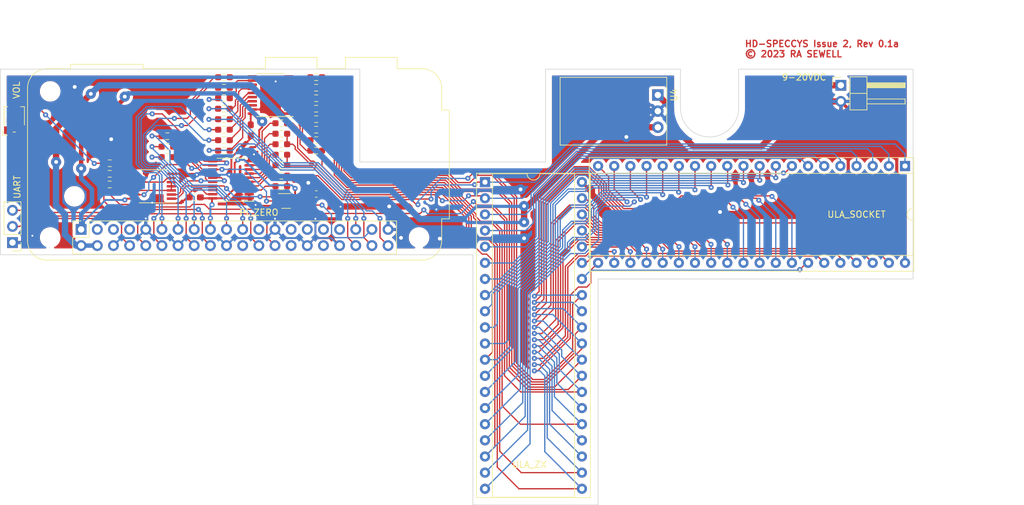
<source format=kicad_pcb>
(kicad_pcb (version 20221018) (generator pcbnew)
  (title_block (title "HD-Speccys") (date "2023-05-15") (rev "1A") (company "RA Sewell"))
  (layers (0 "F.Cu" signal) (31 "B.Cu" signal) (34 "B.Paste" user) (35 "F.Paste" user) (36 "B.SilkS" user "B.Silkscreen") (37 "F.SilkS" user "F.Silkscreen") (38 "B.Mask" user) (39 "F.Mask" user) (44 "Edge.Cuts" user))
  (net 0 "")
  (net 1 "VDDA")
  (net 2 "VDD")
  (net 3 "GND")
  (net 4 "Net-(U1-Y1)")
  (net 5 "Net-(U1-Y2)")
  (net 6 "Net-(U1-Y3)")
  (net 7 "Net-(U1-Y4)")
  (net 8 "Net-(U1-Y5)")
  (net 9 "Net-(U1-Y6)")
  (net 10 "Net-(U1-A1)")
  (net 11 "Net-(U1-A2)")
  (net 12 "Net-(U1-A3)")
  (net 13 "Net-(U1-A4)")
  (net 14 "Net-(U1-A5)")
  (net 15 "Net-(U1-A6)")
  (net 16 "Net-(U1-A7)")
  (net 17 "Net-(J3-MIC_TAPE)")
  (net 18 "Net-(J1-VCC)")
  (net 22 "Net-(J2-SD6_(TXD0))")
  (net 23 "Net-(J2-SD7_(RXD0))")
  (net 24 "Net-(J2-SD9)")
  (net 25 "Net-(J2-SD10)")
  (net 26 "Net-(J2-GPIO27)")
  (net 27 "Net-(J2-SD14)")
  (net 28 "Net-(J2-SD15)")
  (net 29 "Net-(J2-SD16_(DREQ))")
  (net 30 "Net-(J2-SD2)")
  (net 31 "Net-(J2-SD1)")
  (net 34 "Net-(J2-SD0)")
  (net 38 "Net-(J2-SOE_SE)")
  (net 41 "Net-(J2-SD11)")
  (net 42 "Net-(J2-SD8)")
  (net 43 "Net-(J2-GPIO26)")
  (net 44 "Net-(J2-SD12)")
  (net 45 "Net-(J2-SD13)")
  (net 46 "Net-(J3-{slash}CAS)")
  (net 47 "Net-(J3-{slash}WR)")
  (net 48 "Net-(J3-{slash}RD)")
  (net 49 "Net-(J3-{slash}DRAMWE)")
  (net 50 "Net-(J3-A0)")
  (net 51 "Net-(J3-A1)")
  (net 52 "Net-(J3-A2)")
  (net 53 "Net-(J3-A3)")
  (net 54 "Net-(J3-A4)")
  (net 55 "Net-(J3-A5)")
  (net 56 "Net-(J3-A6)")
  (net 57 "Net-(J3-{slash}INT)")
  (net 58 "Net-(J3-VCC_2)")
  (net 59 "Net-(J3-VCC_1)")
  (net 60 "Net-(J3-U)")
  (net 61 "Net-(J3-V)")
  (net 62 "Net-(J3-Y)")
  (net 63 "Net-(J3-D0)")
  (net 64 "Net-(J3-KB0)")
  (net 65 "Net-(J3-KB1)")
  (net 66 "Net-(J3-D1)")
  (net 67 "Net-(J3-D2)")
  (net 68 "Net-(J3-KB2)")
  (net 69 "Net-(J3-KB3)")
  (net 70 "Net-(J3-D3)")
  (net 71 "Net-(J3-KB4)")
  (net 72 "Net-(J3-D4)")
  (net 73 "Net-(J3-D5)")
  (net 74 "Net-(J3-D6)")
  (net 75 "Net-(J3-D7)")
  (net 76 "Net-(J3-{slash}CPU)")
  (net 77 "Net-(J3-{slash}IOREQ)")
  (net 78 "Net-(J3-{slash}ROMCS)")
  (net 79 "Net-(J3-{slash}RAS)")
  (net 80 "Net-(J3-A14)")
  (net 81 "Net-(J3-A15)")
  (net 82 "Net-(J3-{slash}MREQ)")
  (net 83 "Net-(J3-OSC)")
  (net 84 "Net-(U2-A0)")
  (net 85 "Net-(U2-A1)")
  (net 86 "Net-(U2-A2)")
  (net 87 "Net-(U2-A3)")
  (net 88 "Net-(U2-A4)")
  (net 89 "Net-(U2-A5)")
  (net 90 "Net-(U2-A6)")
  (net 91 "Net-(U2-A7)")
  (net 92 "Net-(U2-Y0)")
  (net 93 "Net-(U2-Y1)")
  (net 94 "Net-(U2-Y2)")
  (net 95 "Net-(U2-Y3)")
  (net 96 "Net-(U2-Y4)")
  (net 97 "Net-(U2-Y5)")
  (net 98 "Net-(U2-Y6)")
  (net 99 "Net-(U2-Y7)")
  (net 100 "Net-(R31-Pad1)")
  (net 101 "Net-(R1-Pad2)")
  (net 102 "Net-(R30-Pad2)")
  (net 104 "Net-(U3-Pad10)")
  (net 105 "Net-(J2-SWE_SRW_(GPIO7))")
  (footprint "Resistor_SMD:R_0603_1608Metric_Pad0.98x0.95mm_HandSolder" (layer "F.Cu") (at 123.317 66.802)
    (fp_text reference "R14" hide)
    (fp_text value "R" hide)
  )
  (footprint "Resistor_SMD:R_0603_1608Metric_Pad0.98x0.95mm_HandSolder" (layer "F.Cu") (at 123.3189 71.755)
    (fp_text reference "R11" hide)
    (fp_text value "R" hide)
  )
  (footprint "Resistor_SMD:R_0603_1608Metric_Pad0.98x0.95mm_HandSolder" (layer "F.Cu") (at 108.8117 71.755)
    (fp_text reference "R23" hide)
    (fp_text value "R" hide)
  )
  (footprint "Connector_PinHeader_2.54mm:PinHeader_1x02_P2.54mm_Horizontal" (layer "F.Cu") (at 205.81 64.765)
    (fp_text reference "J1" hide)
    (fp_text value "9-20VDC")
  )
  (footprint "Resistor_SMD:R_0603_1608Metric_Pad0.98x0.95mm_HandSolder" (layer "F.Cu") (at 99.9255 76.073)
    (fp_text reference "R17" hide)
    (fp_text value "R" hide)
  )
  (footprint "Module:Raspberry_Pi_Zero_Socketed_THT_FaceDown_MountingHoles" (layer "F.Cu") (at 86.36 87.4522 90)
    (fp_text reference "J2" hide)
    (fp_text value "PI_ZERO")
  )
  (footprint "Resistor_SMD:R_0603_1608Metric_Pad0.98x0.95mm_HandSolder" (layer "F.Cu") (at 108.8155 63.5)
    (fp_text reference "R28" hide)
    (fp_text value "R" hide)
  )
  (footprint "Resistor_SMD:R_0603_1608Metric_Pad0.98x0.95mm_HandSolder" (layer "F.Cu") (at 117.8325 72.39)
    (fp_text reference "R7" hide)
    (fp_text value "R" hide)
  )
  (footprint "Package_SO:TSSOP-20_4.4x6.5mm_P0.65mm" (layer "F.Cu") (at 116.1365 66.298 180)
    (fp_text reference "U2" hide)
    (fp_text value "74LS541" hide)
  )
  (footprint "Capacitor_SMD:C_0603_1608Metric_Pad1.08x0.95mm_HandSolder" (layer "F.Cu") (at 123.3375 81.875)
    (fp_text reference "C4" hide)
    (fp_text value "C" hide)
  )
  (footprint "Resistor_SMD:R_0603_1608Metric_Pad0.98x0.95mm_HandSolder" (layer "F.Cu") (at 108.8117 68.453)
    (fp_text reference "R25" hide)
    (fp_text value "R" hide)
  )
  (footprint "Resistor_SMD:R_0603_1608Metric_Pad0.98x0.95mm_HandSolder" (layer "F.Cu") (at 117.8287 70.739)
    (fp_text reference "R8" hide)
    (fp_text value "R" hide)
  )
  (footprint "Package_TO_SOT_SMD:SOT-353_SC-70-5_Handsoldering" (layer "F.Cu") (at 118.5834 82.9714)
    (fp_text reference "U5" hide)
    (fp_text value "74AHC1G32" hide)
  )
  (footprint "Capacitor_SMD:C_0603_1608Metric_Pad1.08x0.95mm_HandSolder" (layer "F.Cu") (at 104.24 82.41 180)
    (fp_text reference "C3" hide)
    (fp_text value "C" hide)
  )
  (footprint "Package_SO:TSSOP-20_4.4x6.5mm_P0.65mm" (layer "F.Cu") (at 109.9135 79.633 180)
    (fp_text reference "U1" hide)
    (fp_text value "74LS541" hide)
  )
  (footprint "Resistor_SMD:R_0603_1608Metric_Pad0.98x0.95mm_HandSolder" (layer "F.Cu") (at 90.8475 80.37)
    (fp_text reference "R30" hide)
    (fp_text value "R" hide)
  )
  (footprint "Resistor_SMD:R_0603_1608Metric_Pad0.98x0.95mm_HandSolder" (layer "F.Cu") (at 108.8117 73.406)
    (fp_text reference "R22" hide)
    (fp_text value "R" hide)
  )
  (footprint "Resistor_SMD:R_0603_1608Metric_Pad0.98x0.95mm_HandSolder" (layer "F.Cu") (at 117.8325 75.692)
    (fp_text reference "R5" hide)
    (fp_text value "R" hide)
  )
  (footprint "Resistor_SMD:R_0603_1608Metric_Pad0.98x0.95mm_HandSolder" (layer "F.Cu") (at 123.3189 73.406)
    (fp_text reference "R10" hide)
    (fp_text value "R" hide)
  )
  (footprint "Resistor_SMD:R_0603_1608Metric_Pad0.98x0.95mm_HandSolder" (layer "F.Cu") (at 123.317 70.104)
    (fp_text reference "R12" hide)
    (fp_text value "R" hide)
  )
  (footprint "Resistor_SMD:R_0603_1608Metric_Pad0.98x0.95mm_HandSolder" (layer "F.Cu") (at 108.8117 70.104)
    (fp_text reference "R24" hide)
    (fp_text value "R" hide)
  )
  (footprint "Package_DIP:DIP-40_W15.24mm_Socket" (layer "F.Cu") (at 215.9 77.47 -90)
    (fp_text reference "J3" hide)
    (fp_text value "ULA_SOCKET")
  )
  (footprint "Converter_DCDC:Converter_DCDC_Murata_OKI-78SR_Horizontal" (layer "F.Cu") (at 177.038 66.294 -90)
    (fp_text reference "U4")
    (fp_text value "TSR_1-2450" hide)
  )
  (footprint "Resistor_SMD:R_0603_1608Metric_Pad0.98x0.95mm_HandSolder" (layer "F.Cu") (at 123.317 63.5)
    (fp_text reference "R16" hide)
    (fp_text value "R" hide)
  )
  (footprint "Capacitor_SMD:C_0603_1608Metric_Pad1.08x0.95mm_HandSolder" (layer "F.Cu") (at 113.02 71.8525 -90)
    (fp_text reference "C2" hide)
    (fp_text value "C" hide)
  )
  (footprint "Package_SO:TSSOP-14_4.4x5mm_P0.65mm" (layer "F.Cu") (at 97.6875 80.66 180)
    (fp_text reference "U3" hide)
    (fp_text value "74LS10" hide)
  )
  (footprint "Resistor_SMD:R_0603_1608Metric_Pad0.98x0.95mm_HandSolder" (layer "F.Cu") (at 123.3189 75.057)
    (fp_text reference "R9" hide)
    (fp_text value "R" hide)
  )
  (footprint "Resistor_SMD:R_0603_1608Metric_Pad0.98x0.95mm_HandSolder" (layer "F.Cu") (at 108.8117 75.057)
    (fp_text reference "R21" hide)
    (fp_text value "R" hide)
  )
  (footprint "Resistor_SMD:R_0603_1608Metric_Pad0.98x0.95mm_HandSolder" (layer "F.Cu") (at 99.9255 74.422)
    (fp_text reference "R18" hide)
    (fp_text value "R" hide)
  )
  (footprint "Resistor_SMD:R_0603_1608Metric_Pad0.98x0.95mm_HandSolder" (layer "F.Cu") (at 117.8325 80.645)
    (fp_text reference "R2" hide)
    (fp_text value "R" hide)
  )
  (footprint "Resistor_SMD:R_0603_1608Metric_Pad0.98x0.95mm_HandSolder" (layer "F.Cu") (at 90.8556 78.6996)
    (fp_text reference "R1" hide)
    (fp_text value "R" hide)
  )
  (footprint "Package_DIP:DIP-40_W15.24mm_Socket" (layer "F.Cu") (at 149.86 80.01)
    (fp_text reference "J4" hide)
    (fp_text value "ULA_ZX")
  )
  (footprint "Potentiometer_SMD:Potentiometer_Bourns_TC33X_Vertical" (layer "F.Cu") (at 75.835 70.03 90)
    (fp_text reference "R32" hide)
    (fp_text value "1k" hide)
  )
  (footprint "Resistor_SMD:R_0603_1608Metric_Pad0.98x0.95mm_HandSolder" (layer "F.Cu") (at 108.8136 66.802)
    (fp_text reference "R26" hide)
    (fp_text value "R" hide)
  )
  (footprint "Resistor_SMD:R_0603_1608Metric_Pad0.98x0.95mm_HandSolder" (layer "F.Cu") (at 108.8155 65.151)
    (fp_text reference "R27" hide)
    (fp_text value "R" hide)
  )
  (footprint "Resistor_SMD:R_0603_1608Metric_Pad0.98x0.95mm_HandSolder" (layer "F.Cu") (at 90.8558 77.0382)
    (fp_text reference "R31" hide)
    (fp_text value "R" hide)
  )
  (footprint "" (layer "F.Cu") (at 85.2932 82.2452)
    (fp_text reference "")
    (fp_text value "")
  )
  (footprint "Resistor_SMD:R_0603_1608Metric_Pad0.98x0.95mm_HandSolder" (layer "F.Cu") (at 117.8325 74.041)
    (fp_text reference "R6" hide)
    (fp_text value "R" hide)
  )
  (footprint "Resistor_SMD:R_0603_1608Metric_Pad0.98x0.95mm_HandSolder" (layer "F.Cu") (at 99.9225 72.78)
    (fp_text reference "R19" hide)
    (fp_text value "R" hide)
  )
  (footprint "Resistor_SMD:R_0603_1608Metric_Pad0.98x0.95mm_HandSolder" (layer "F.Cu") (at 123.317 68.453)
    (fp_text reference "R13" hide)
    (fp_text value "R" hide)
  )
  (footprint "Resistor_SMD:R_0603_1608Metric_Pad0.98x0.95mm_HandSolder" (layer "F.Cu") (at 123.317 65.151)
    (fp_text reference "R15" hide)
    (fp_text value "R" hide)
  )
  (footprint "Resistor_SMD:R_0603_1608Metric_Pad0.98x0.95mm_HandSolder" (layer "F.Cu") (at 117.8325 77.343)
    (fp_text reference "R4" hide)
    (fp_text value "R" hide)
  )
  (footprint "Resistor_SMD:R_0603_1608Metric_Pad0.98x0.95mm_HandSolder" (layer "F.Cu") (at 117.8325 78.994)
    (fp_text reference "R3" hide)
    (fp_text value "R" hide)
  )
  (footprint "Connector_PinHeader_2.54mm:PinHeader_1x03_P2.54mm_Vertical" (layer "F.Cu") (at 75.565 89.52 180)
    (fp_text reference "J5" hide)
    (fp_text value "UART")
  )
  (gr_line (start 159.385 62.23) (end 159.385 76.835) (stroke (width 0.1)) (layer "Edge.Cuts"))
  (gr_line (start 217.17 62.23) (end 203.2 62.23) (stroke (width 0.1)) (layer "Edge.Cuts"))
  (gr_line (start 73.66 62.23) (end 73.66 91.44) (stroke (width 0.1)) (layer "Edge.Cuts"))
  (gr_line (start 189.738 68.326) (end 189.738 62.23) (stroke (width 0.1)) (layer "Edge.Cuts"))
  (gr_line (start 130.175 76.835) (end 130.175 62.23) (stroke (width 0.1)) (layer "Edge.Cuts"))
  (gr_line (start 147.955 91.44) (end 73.66 91.44) (stroke (width 0.1)) (layer "Edge.Cuts"))
  (gr_line (start 217.17 74.93) (end 217.17 62.23) (stroke (width 0.1)) (layer "Edge.Cuts"))
  (gr_line (start 159.385 76.835) (end 130.175 76.835) (stroke (width 0.1)) (layer "Edge.Cuts"))
  (gr_line (start 180.594 62.23) (end 159.385 62.23) (stroke (width 0.1)) (layer "Edge.Cuts"))
  (gr_line (start 147.955 130.81) (end 167.64 130.81) (stroke (width 0.1)) (layer "Edge.Cuts"))
  (gr_arc (start 189.738 68.326) (mid 185.166 72.898) (end 180.594 68.326) (stroke (width 0.1)) (layer "Edge.Cuts"))
  (gr_line (start 180.594 68.326) (end 180.594 62.23) (stroke (width 0.1)) (layer "Edge.Cuts"))
  (gr_line (start 167.64 95.25) (end 217.17 95.25) (stroke (width 0.1)) (layer "Edge.Cuts"))
  (gr_line (start 167.64 130.81) (end 167.64 95.25) (stroke (width 0.1)) (layer "Edge.Cuts"))
  (gr_line (start 203.2 62.23) (end 189.738 62.23) (stroke (width 0.1)) (layer "Edge.Cuts"))
  (gr_line (start 217.17 95.25) (end 217.17 74.93) (stroke (width 0.1)) (layer "Edge.Cuts"))
  (gr_line (start 130.175 62.23) (end 73.66 62.23) (stroke (width 0.1)) (layer "Edge.Cuts"))
  (gr_line (start 147.955 91.44) (end 147.955 130.81) (stroke (width 0.1)) (layer "Edge.Cuts"))
  (gr_text "HD-SPECCYS Issue 2, Rev 0.1a\n© 2023 RA SEWELL" (at 190.627 60.4266) (layer "F.Cu") (effects (font (size 1 1) (thickness 0.2) bold) (justify left bottom)))
  (gr_text "VOL" (at 76.2 65.532 90) (layer "F.SilkS") (effects (font (size 1 1))))
  (segment (start 106.68 87.4522) (end 106.68 85.6879) (width 0.3) (layer "F.Cu") (net 1))
  (segment (start 93.223022 82.8157) (end 93.428722 82.61) (width 0.3) (layer "F.Cu") (net 1))
  (segment (start 114.821554 70.440518) (end 114.821554 71.35905) (width 0.3) (layer "F.Cu") (net 1))
  (segment (start 105.2505 82.558) (end 107.051 82.558) (width 0.3) (layer "F.Cu") (net 1))
  (segment (start 110.5 77) (end 110.5 81) (width 0.3) (layer "F.Cu") (net 1))
  (segment (start 113.02 70.99) (end 113.02 69.477) (width 0.3) (layer "F.Cu") (net 1))
  (segment (start 113.02 69.477) (end 113.274 69.223) (width 0.3) (layer "F.Cu") (net 1))
  (segment (start 93.218 66.548) (end 93.218 66.782) (width 0.7) (layer "F.Cu") (net 1))
  (segment (start 86.36 73.64) (end 86.36 77.86) (width 0.7) (layer "F.Cu") (net 1))
  (segment (start 93.428722 82.61) (end 94.825 82.61) (width 0.3) (layer "F.Cu") (net 1))
  (segment (start 113.7 74.5) (end 113 74.5) (width 0.3) (layer "F.Cu") (net 1))
  (segment (start 106.934 83.566) (end 106.934 82.675) (width 0.3) (layer "F.Cu") (net 1))
  (segment (start 114.821554 71.35905) (end 114.361 71.819604) (width 0.3) (layer "F.Cu") (net 1))
  (segment (start 108.942 82.558) (end 107.051 82.558) (width 0.3) (layer "F.Cu") (net 1))
  (segment (start 114.361 73.839) (end 113.7 74.5) (width 0.3) (layer "F.Cu") (net 1))
  (segment (start 114.821554 70.440518) (end 114.491518 70.440518) (width 0.3) (layer "F.Cu") (net 1))
  (segment (start 111 76.5) (end 110.5 77) (width 0.3) (layer "F.Cu") (net 1))
  (segment (start 93.218 66.782) (end 86.36 73.64) (width 0.7) (layer "F.Cu") (net 1))
  (segment (start 122.475 81.875) (end 121.575 81.875) (width 0.3) (layer "F.Cu") (net 1))
  (segment (start 120 82.2348) (end 119.9134 82.3214) (width 0.3) (layer "F.Cu") (net 1))
  (segment (start 114.491518 70.440518) (end 113.274 69.223) (width 0.3) (layer "F.Cu") (net 1))
  (segment (start 110.5 81) (end 108.942 82.558) (width 0.3) (layer "F.Cu") (net 1))
  (segment (start 106.934 82.675) (end 107.051 82.558) (width 0.3) (layer "F.Cu") (net 1))
  (segment (start 121.1286 82.3214) (end 119.9134 82.3214) (width 0.3) (layer "F.Cu") (net 1))
  (segment (start 121.575 81.875) (end 121.1286 82.3214) (width 0.3) (layer "F.Cu") (net 1))
  (segment (start 113 74.5) (end 111 76.5) (width 0.3) (layer "F.Cu") (net 1))
  (segment (start 120 81) (end 120 82.2348) (width 0.3) (layer "F.Cu") (net 1))
  (segment (start 114.361 71.819604) (end 114.361 73.839) (width 0.3) (layer "F.Cu") (net 1))
  (segment (start 105.1025 82.41) (end 105.2505 82.558) (width 0.3) (layer "F.Cu") (net 1))
  (via (at 93.218 66.548) (size 1.6) (drill 0.6) (layers "F.Cu" "B.Cu") (net 1))
  (via (at 120 81) (size 0.8) (drill 0.3) (layers "F.Cu" "B.Cu") (net 1))
  (via (at 106.934 83.566) (size 0.8) (drill 0.4) (layers "F.Cu" "B.Cu") (net 1))
  (via (at 93.223022 82.8157) (size 0.8) (drill 0.3) (layers "F.Cu" "B.Cu") (net 1))
  (via (at 111 76.5) (size 0.8) (drill 0.3) (layers "F.Cu" "B.Cu") (net 1))
  (via (at 86.36 77.86) (size 1.6) (drill 0.6) (layers "F.Cu" "B.Cu") (net 1))
  (via (at 114.821554 70.440518) (size 1.6) (drill 0.6) (layers "F.Cu" "B.Cu") (net 1))
  (via (at 106.68 85.6879) (size 0.8) (drill 0.4) (layers "F.Cu" "B.Cu") (net 1))
  (segment (start 93.223022 82.8157) (end 90.1843 82.8157) (width 0.3) (layer "B.Cu") (net 1))
  (segment (start 106.68 85.6879) (end 106.68 83.82) (width 0.3) (layer "B.Cu") (net 1))
  (segment (start 86.8172 86.1828) (end 86.8172 86.5632) (width 0.3) (layer "B.Cu") (net 1))
  (segment (start 112 76.5) (end 111 76.5) (width 0.3) (layer "B.Cu") (net 1))
  (segment (start 106.68 83.82) (end 106.934 83.566) (width 0.3) (layer "B.Cu") (net 1))
  (segment (start 87.180478 84.221973) (end 87.122901 84.279032) (width 0.7) (layer "B.Cu") (net 1))
  (segment (start 90.1843 82.8157) (end 86.8172 86.1828) (width 0.3) (layer "B.Cu") (net 1))
  (segment (start 86.36 87.0204) (end 86.36 87.4522) (width 0.3) (layer "B.Cu") (net 1))
  (segment (start 120 81) (end 119.5 80.5) (width 0.3) (layer "B.Cu") (net 1))
  (segment (start 88.059381 81.135783) (end 86.36 79.436402) (width 0.7) (layer "B.Cu") (net 1))
  (segment (start 119.5 80.5) (end 116 80.5) (width 0.3) (layer "B.Cu") (net 1))
  (segment (start 86.36 85.042451) (end 87.180478 84.221973) (width 0.7) (layer "B.Cu") (net 1))
  (segment (start 87.122901 84.279032) (end 88.059381 83.342552) (width 0.7) (layer "B.Cu") (net 1))
  (segment (start 93.726 66.04) (end 110.421036 66.04) (width 0.7) (layer "B.Cu") (net 1))
  (segment (start 86.36 87.4522) (end 86.36 85.042451) (width 0.7) (layer "B.Cu") (net 1))
  (segment (start 93.218 66.548) (end 93.726 66.04) (width 0.7) (layer "B.Cu") (net 1))
  (segment (start 86.36 79.436402) (end 86.36 77.86) (width 0.7) (layer "B.Cu") (net 1))
  (segment (start 86.8172 86.5632) (end 86.36 87.0204) (width 0.3) (layer "B.Cu") (net 1))
  (segment (start 88.059381 83.342552) (end 88.059381 81.135783) (width 0.7) (layer "B.Cu") (net 1))
  (segment (start 116 80.5) (end 112 76.5) (width 0.3) (layer "B.Cu") (net 1))
  (segment (start 110.421036 66.04) (end 114.821554 70.440518) (width 0.7) (layer "B.Cu") (net 1))
  (segment (start 156.0068 86.3092) (end 156.0068 83.7692) (width 1) (layer "F.Cu") (net 2))
  (segment (start 168.960425 71.374) (end 177.038 71.374) (width 1) (layer "F.Cu") (net 2))
  (segment (start 82.423 71.577) (end 87.884 66.116) (width 1) (layer "F.Cu") (net 2))
  (segment (start 156.565225 83.7692) (end 168.960425 71.374) (width 1) (layer "F.Cu") (net 2))
  (segment (start 156.0068 83.7692) (end 156.565225 83.7692) (width 1) (layer "F.Cu") (net 2))
  (segment (start 82.423 76.835) (end 82.423 71.577) (width 1) (layer "F.Cu") (net 2))
  (via (at 156.0068 83.7692) (size 1.6) (drill 0.6) (layers "F.Cu" "B.Cu") (net 2))
  (via (at 87.884 66.116) (size 1.6) (drill 0.6) (layers "F.Cu" "B.Cu") (net 2))
  (via (at 156.0068 86.3092) (size 1.6) (drill 0.6) (layers "F.Cu" "B.Cu") (net 2))
  (via (at 82.423 76.835) (size 1.6) (drill 0.6) (layers "F.Cu" "B.Cu") (net 2))
  (segment (start 83.82 85.09) (end 82.405285 83.675285) (width 1) (layer "B.Cu") (net 2))
  (segment (start 146.5428 85.8164) (end 147.0864 86.36) (width 0.5) (layer "B.Cu") (net 2))
  (segment (start 147.0864 86.36) (end 155.956 86.36) (width 0.5) (layer "B.Cu") (net 2))
  (segment (start 155.956 83.82) (end 156.0068 83.7692) (width 0.5) (layer "B.Cu") (net 2))
  (segment (start 146.5428 85.8164) (end 148.5392 83.82) (width 0.5) (layer "B.Cu") (net 2))
  (segment (start 82.405285 76.852715) (end 82.423 76.835) (width 1) (layer "B.Cu") (net 2))
  (segment (start 85.5472 89.9922) (end 86.36 89.9922) (width 0.5) (layer "B.Cu") (net 2))
  (segment (start 139.6136 85.8164) (end 135.0772 81.28) (width 1) (layer "B.Cu") (net 2))
  (segment (start 155.956 86.36) (end 156.0068 86.3092) (width 0.5) (layer "B.Cu") (net 2))
  (segment (start 148.5392 83.82) (end 155.956 83.82) (width 0.5) (layer "B.Cu") (net 2))
  (segment (start 129.54 81.28) (end 113.03 64.77) (width 1) (layer "B.Cu") (net 2))
  (segment (start 146.5428 85.8164) (end 139.6136 85.8164) (width 1) (layer "B.Cu") (net 2))
  (segment (start 83.82 88.265) (end 83.82 85.09) (width 1) (layer "B.Cu") (net 2))
  (segment (start 135.0772 81.28) (end 129.54 81.28) (width 1) (layer "B.Cu") (net 2))
  (segment (start 85.5472 89.9922) (end 83.82 88.265) (width 1) (layer "B.Cu") (net 2))
  (segment (start 82.405285 83.675285) (end 82.405285 76.852715) (width 1) (layer "B.Cu") (net 2))
  (segment (start 86.36 89.9922) (end 88.9 89.9922) (width 0.7) (layer "B.Cu") (net 2))
  (segment (start 89.23 64.77) (end 87.884 66.116) (width 1) (layer "B.Cu") (net 2))
  (segment (start 113.03 64.77) (end 89.23 64.77) (width 1) (layer "B.Cu") (net 2))
  (segment (start 204.348 67.305) (end 196.072439 75.580561) (width 1) (layer "F.Cu") (net 3))
  (segment (start 124.2 81.2232) (end 123.0884 80.1116) (width 0.3) (layer "F.Cu") (net 3))
  (segment (start 118.303388 69.223) (end 116.9416 67.861212) (width 0.3) (layer "F.Cu") (net 3))
  (segment (start 124.2 81.875) (end 124.2 81.2232) (width 0.3) (layer "F.Cu") (net 3))
  (segment (start 177.038 68.834) (end 169.50732 68.834) (width 1) (layer "F.Cu") (net 3))
  (segment (start 165.1 80.01) (end 170.937897 85.847897) (width 0.5) (layer "F.Cu") (net 3))
  (segment (start 117.722 63.38) (end 118.999 63.38) (width 0.3) (layer "F.Cu") (net 3))
  (segment (start 186.885 84.777) (end 200.719 84.777) (width 0.5) (layer "F.Cu") (net 3))
  (segment (start 113.02 72.715) (end 113.02 73.1112) (width 0.3) (layer "F.Cu") (net 3))
  (segment (start 102.108 83.312) (end 97.536 83.312) (width 0.3) (layer "F.Cu") (net 3))
  (segment (start 103.3775 82.41) (end 103.3775 81.7825) (width 0.2) (layer "F.Cu") (net 3))
  (segment (start 157.18832 81.153) (end 155.448 81.153) (width 1) (layer "F.Cu") (net 3))
  (segment (start 186.817 84.709) (end 186.885 84.777) (width 0.5) (layer "F.Cu") (net 3))
  (segment (start 113.02 73.1112) (end 111.4552 74.676) (width 0.3) (layer "F.Cu") (net 3))
  (segment (start 123.19 88.7222) (end 123.1 88.8122) (width 0.3) (layer "F.Cu") (net 3))
  (segment (start 109.98 78.488) (end 109.6264 78.8416) (width 0.3) (layer "F.Cu") (net 3))
  (segment (start 112.776 76.4032) (end 113.538 75.6412) (width 0.3) (layer "F.Cu") (net 3))
  (segment (start 103.3775 81.7825) (end 104.16 81) (width 0.2) (layer "F.Cu") (net 3))
  (segment (start 116.9416 64.1604) (end 116.2812 64.8208) (width 0.3) (layer "F.Cu") (net 3))
  (segment (start 116.2812 66.7512) (end 114.4594 68.573) (width 0.3) (layer "F.Cu") (net 3))
  (segment (start 104.16 81) (end 105.189815 81) (width 0.2) (layer "F.Cu") (net 3))
  (segment (start 103.3775 82.41) (end 103.01 82.41) (width 0.3) (layer "F.Cu") (net 3))
  (segment (start 112.776 82.5817) (end 113.792 83.5977) (width 0.3) (layer "F.Cu") (net 3))
  (segment (start 114.4594 68.573) (end 113.274 68.573) (width 0.3) (layer "F.Cu") (net 3))
  (segment (start 117.2534 83.6214) (end 117.1439 83.7309) (width 0.3) (layer "F.Cu") (net 3))
  (segment (start 116.84 87.4522) (end 116.84 85.7695) (width 0.3) (layer "F.Cu") (net 3))
  (segment (start 215.9 92.71) (end 215.8746 92.6846) (width 0.5) (layer "F.Cu") (net 3))
  (segment (start 116.2812 64.8208) (end 116.2812 66.7512) (width 0.3) (layer "F.Cu") (net 3))
  (segment (start 125.82 88.8122) (end 123.1 88.8122) (width 0.3) (layer "F.Cu") (net 3))
  (segment (start 214.6046 78.6346) (end 214.6046 76.0996) (width 0.5) (layer "F.Cu") (net 3))
  (segment (start 123.19 85.7695) (end 123.19 88.7222) (width 0.3) (layer "F.Cu") (net 3))
  (segment (start 112.776 81.908) (end 112.776 82.558) (width 0.3) (layer "F.Cu") (net 3))
  (segment (start 105.189815 81) (end 106.097815 81.908) (width 0.2) (layer "F.Cu") (net 3))
  (segment (start 169.50732 68.834) (end 157.18832 81.153) (width 1) (layer "F.Cu") (net 3))
  (segment (start 206.97 72.096) (end 205.867 70.993) (width 0.5) (layer "F.Cu") (net 3))
  (segment (start 215.8746 79.9046) (end 214.6046 78.6346) (width 0.5) (layer "F.Cu") (net 3))
  (segment (start 205.867 70.993) (end 205.867 67.362) (width 0.5) (layer "F.Cu") (net 3))
  (segment (start 123.0884 80.1116) (end 122.0724 80.1116) (width 0.3) (layer "F.Cu") (net 3))
  (segment (start 118.999 69.223) (end 118.303388 69.223) (width 0.3) (layer "F.Cu") (net 3))
  (segment (start 196.072439 75.580561) (end 174.640561 75.580561) (width 1) (layer "F.Cu") (net 3))
  (segment (start 116.9416 67.861212) (end 116.9416 64.1604) (width 0.3) (layer "F.Cu") (net 3))
  (segment (start 205.867 67.362) (end 205.81 67.305) (width 0.5) (layer "F.Cu") (net 3))
  (segment (start 103.01 82.41) (end 102.108 83.312) (width 0.3) (layer "F.Cu") (net 3))
  (segment (start 200.719 84.777) (end 206.97 78.526) (width 0.5) (layer "F.Cu") (net 3))
  (segment (start 117.1439 83.7309) (end 113.9252 83.7309) (width 0.3) (layer "F.Cu") (net 3))
  (segment (start 206.97 78.526) (end 206.97 72.096) (width 0.5) (layer "F.Cu") (net 3))
  (segment (start 123.1 88.8122) (end 121.92 89.9922) (width 0.3) (layer "F.Cu") (net 3))
  (segment (start 205.81 67.305) (end 204.348 67.305) (width 1) (layer "F.Cu") (net 3))
  (segment (start 112.776 82.558) (end 112.776 82.5817) (width 0.3) (layer "F.Cu") (net 3))
  (segment (start 185.678103 85.847897) (end 186.817 84.709) (width 0.5) (layer "F.Cu") (net 3))
  (segment (start 106.097815 81.908) (end 107.051 81.908) (width 0.2) (layer "F.Cu") (net 3))
  (segment (start 96.52 87.4522) (end 96.52 85.725) (width 0.3) (layer "F.Cu") (net 3))
  (segment (start 97.536 83.312) (end 97.536 83.2421) (width 0.3) (layer "F.Cu") (net 3))
  (segment (start 215.8746 92.6846) (end 215.8746 79.9046) (width 0.5) (layer "F.Cu") (net 3))
  (segment (start 174.640561 75.580561) (end 172.085 73.025) (width 1) (layer "F.Cu") (net 3))
  (segment (start 116.9416 64.1604) (end 117.722 63.38) (width 0.3) (layer "F.Cu") (net 3))
  (segment (start 127 89.9922) (end 125.82 88.8122) (width 0.3) (layer "F.Cu") (net 3))
  (segment (start 109.98 76.1512) (end 109.98 78.488) (width 0.3) (layer "F.Cu") (net 3))
  (segment (start 104.5464 78.8416) (end 104.4148 78.71) (width 0.3) (layer "F.Cu") (net 3))
  (segment (start 112.776 76.708) (end 112.776 76.4032) (width 0.3) (layer "F.Cu") (net 3))
  (segment (start 104.4148 78.71) (end 100.55 78.71) (width 0.3) (layer "F.Cu") (net 3))
  (segment (start 113.9252 83.7309) (end 113.792 83.5977) (width 0.3) (layer "F.Cu") (net 3))
  (segment (start 111.4552 74.676) (end 109.98 76.1512) (width 0.3) (layer "F.Cu") (net 3))
  (segment (start 170.937897 85.847897) (end 185.678103 85.847897) (width 0.5) (layer "F.Cu") (net 3))
  (segment (start 214.6046 76.0996) (end 205.81 67.305) (width 0.5) (layer "F.Cu") (net 3))
  (via (at 116.84 85.7695) (size 0.8) (drill 0.3) (layers "F.Cu" "B.Cu") (net 3))
  (via (at 142.2146 84.2963) (size 0.8) (drill 0.3) (layers "F.Cu" "B.Cu") (net 3))
  (via (at 113.792 83.5977) (size 0.8) (drill 0.3) (layers "F.Cu" "B.Cu") (net 3))
  (via (at 111.4552 74.676) (size 0.8) (drill 0.3) (layers "F.Cu" "B.Cu") (net 3))
  (via (at 155.448 81.153) (size 1.6) (drill 0.6) (layers "F.Cu" "B.Cu") (net 3))
  (via (at 116.9416 64.1604) (size 0.8) (drill 0.3) (layers "F.Cu" "B.Cu") (net 3))
  (via (at 91.0844 73.2536) (size 1.6) (drill 0.6) (layers "F.Cu" "B.Cu") (net 3))
  (via (at 127.1524 83.8708) (size 0.8) (drill 0.3) (layers "F.Cu" "B.Cu") (net 3))
  (via (at 123.19 85.7695) (size 0.8) (drill 0.3) (layers "F.Cu" "B.Cu") (net 3))
  (via (at 156.0068 88.8492) (size 1.6) (drill 0.6) (layers "F.Cu" "B.Cu") (net 3))
  (via (at 172.085 72.898) (size 1.6) (drill 0.6) (layers "F.Cu" "B.Cu") (net 3))
  (via (at 142.748 88.9) (size 1.6) (drill 0.6) (layers "F.Cu" "B.Cu") (net 3))
  (via (at 113.538 75.6412) (size 0.8) (drill 0.3) (layers "F.Cu" "B.Cu") (net 3))
  (via (at 104.5464 78.8416) (size 0.8) (drill 0.3) (layers "F.Cu" "B.Cu") (net 3))
  (via (at 134.7978 83.8295) (size 1.6) (drill 0.6) (layers "F.Cu" "B.Cu") (net 3))
  (via (at 109.6264 78.8416) (size 0.8) (drill 0.3) (layers "F.Cu" "B.Cu") (net 3))
  (via (at 186.817 84.709) (size 1.6) (drill 0.6) (layers "F.Cu" "B.Cu") (net 3))
  (via (at 97.536 83.2421) (size 0.8) (drill 0.3) (layers "F.Cu" "B.Cu") (net 3))
  (via (at 78.6892 88.4428) (size 0.8) (drill 0.3) (layers "F.Cu" "B.Cu") (net 3))
  (via (at 85.344 65.024) (size 1.6) (drill 0.6) (layers "F.Cu" "B.Cu") (net 3))
  (via (at 122.0724 80.1116) (size 1.6) (drill 0.6) (layers "F.Cu" "B.Cu") (net 3))
  (via (at 96.52 85.725) (size 0.8) (drill 0.3) (layers "F.Cu" "B.Cu") (net 3))
  (via (at 136.652 88.773) (size 1.6) (drill 0.6) (layers "F.Cu" "B.Cu") (net 3))
  (segment (start 143.1217 81.28) (end 142.2146 82.1871) (width 0.5) (layer "B.Cu") (net 3))
  (segment (start 116.84 87.4522) (end 118.2 88.8122) (width 0.3) (layer "B.Cu") (net 3))
  (segment (start 95.16 88.8122) (end 92.62 88.8122) (width 0.3) (layer "B.Cu") (net 3))
  (segment (start 125.704088 88.8122) (end 126.884088 89.9922) (width 0.3) (layer "B.Cu") (net 3))
  (segment (start 173.482 68.834) (end 177.038 68.834) (width 1) (layer "B.Cu") (net 3))
  (segment (start 142.748 88.9) (end 155.956 88.9) (width 0.5) (layer "B.Cu") (net 3))
  (segment (start 123.19 88.7222) (end 123.1 88.8122) (width 0.3) (layer "B.Cu") (net 3))
  (segment (start 123.1 88.8122) (end 125.704088 88.8122) (width 0.3) (layer "B.Cu") (net 3))
  (segment (start 136.7536 85.7853) (end 134.7978 83.8295) (width 0.5) (layer "B.Cu") (net 3))
  (segment (start 123.0122 88.9) (end 123.1 88.8122) (width 0.3) (layer "B.Cu") (net 3))
  (segment (start 172.085 70.231) (end 173.482 68.834) (width 1) (layer "B.Cu") (net 3))
  (segment (start 115.48 88.8122) (end 116.84 87.4522) (width 0.3) (layer "B.Cu") (net 3))
  (segment (start 142.2146 82.1871) (end 142.2146 84.2963) (width 0.5) (layer "B.Cu") (net 3))
  (segment (start 154.8575 81.28) (end 143.1217 81.28) (width 0.5) (layer "B.Cu") (net 3))
  (segment (start 126.884088 89.9922) (end 127 89.9922) (width 0.3) (layer "B.Cu") (net 3))
  (segment (start 121.92 89.9922) (end 123.0122 88.9) (width 0.3) (layer "B.Cu") (net 3))
  (segment (start 136.652 88.773) (end 136.7536 88.6714) (width 0.5) (layer "B.Cu") (net 3))
  (segment (start 120.74 88.8122) (end 121.92 89.9922) (width 0.3) (layer "B.Cu") (net 3))
  (segment (start 96.52 85.725) (end 96.52 84.2581) (width 0.3) (layer "B.Cu") (net 3))
  (segment (start 109.22 89.9922) (end 110.4 88.8122) (width 0.3) (layer "B.Cu") (net 3))
  (segment (start 172.085 73.025) (end 172.085 72.898) (width 1) (layer "B.Cu") (net 3))
  (segment (start 172.085 72.898) (end 172.085 70.231) (width 1) (layer "B.Cu") (net 3))
  (segment (start 109.22 89.9922) (end 108.04 88.8122) (width 0.3) (layer "B.Cu") (net 3))
  (segment (start 110.4 88.8122) (end 115.48 88.8122) (width 0.3) (layer "B.Cu") (net 3))
  (segment (start 155.956 88.9) (end 156.0068 88.8492) (width 0.5) (layer "B.Cu") (net 3))
  (segment (start 96.52 87.4522) (end 95.16 88.8122) (width 0.3) (layer "B.Cu") (net 3))
  (segment (start 102.78 88.8122) (end 101.6 89.9922) (width 0.3) (layer "B.Cu") (net 3))
  (segment (start 155.448 80.6895) (end 154.8575 81.28) (width 0.5) (layer "B.Cu") (net 3))
  (segment (start 96.52 84.2581) (end 97.536 83.2421) (width 0.3) (layer "B.Cu") (net 3))
  (segment (start 104.5464 78.8416) (end 109.6264 78.8416) (width 0.3) (layer "B.Cu") (net 3))
  (segment (start 100.42 88.8122) (end 97.88 88.8122) (width 0.3) (layer "B.Cu") (net 3))
  (segment (start 118.2 88.8122) (end 120.74 88.8122) (width 0.3) (layer "B.Cu") (net 3))
  (segment (start 101.6 89.9922) (end 100.42 88.8122) (width 0.3) (layer "B.Cu") (net 3))
  (segment (start 108.04 88.8122) (end 102.78 88.8122) (width 0.3) (layer "B.Cu") (net 3))
  (segment (start 92.62 88.8122) (end 91.44 89.9922) (width 0.3) (layer "B.Cu") (net 3))
  (segment (start 123.19 85.7695) (end 123.19 88.7222) (width 0.3) (layer "B.Cu") (net 3))
  (segment (start 136.7536 88.6714) (end 136.7536 85.7853) (width 0.5) (layer "B.Cu") (net 3))
  (segment (start 97.88 88.8122) (end 96.52 87.4522) (width 0.3) (layer "B.Cu") (net 3))
  (segment (start 102.38 81.692401) (end 102.38 81.157402) (width 0.2) (layer "F.Cu") (net 4))
  (segment (start 102.38 81.157402) (end 102.929402 80.608) (width 0.2) (layer "F.Cu") (net 4))
  (segment (start 114.5 82.296) (end 114.5254 82.3214) (width 0.2) (layer "F.Cu") (net 4))
  (segment (start 114.5254 82.3214) (end 117.2534 82.3214) (width 0.2) (layer "F.Cu") (net 4))
  (segment (start 108.802 80.608) (end 107.051 80.608) (width 0.2) (layer "F.Cu") (net 4))
  (segment (start 109.22 81.026) (end 108.802 80.608) (width 0.2) (layer "F.Cu") (net 4))
  (segment (start 102.929402 80.608) (end 107.051 80.608) (width 0.2) (layer "F.Cu") (net 4))
  (segment (start 101.462401 82.61) (end 102.38 81.692401) (width 0.2) (layer "F.Cu") (net 4))
  (segment (start 100.55 82.61) (end 101.462401 82.61) (width 0.2) (layer "F.Cu") (net 4))
  (via (at 109.22 81.026) (size 0.8) (drill 0.3) (layers "F.Cu" "B.Cu") (net 4))
  (via (at 114.5 82.296) (size 0.8) (drill 0.3) (layers "F.Cu" "B.Cu") (net 4))
  (segment (start 114.5 82.296) (end 110.49 82.296) (width 0.2) (layer "B.Cu") (net 4))
  (segment (start 110.49 82.296) (end 109.22 81.026) (width 0.2) (layer "B.Cu") (net 4))
  (segment (start 105.910599 79.038) (end 105.910599 79.4425) (width 0.2) (layer "F.Cu") (net 5))
  (segment (start 102.945598 76.073) (end 105.910599 79.038) (width 0.2) (layer "F.Cu") (net 5))
  (segment (start 100.838 76.073) (end 102.945598 76.073) (width 0.2) (layer "F.Cu") (net 5))
  (segment (start 106.426099 79.958) (end 107.051 79.958) (width 0.2) (layer "F.Cu") (net 5))
  (segment (start 105.910599 79.4425) (end 106.426099 79.958) (width 0.2) (layer "F.Cu") (net 5))
  (segment (start 105.2068 79.81) (end 103.19 79.81) (width 0.2) (layer "F.Cu") (net 6))
  (segment (start 102 81.535) (end 101.575 81.96) (width 0.2) (layer "F.Cu") (net 6))
  (segment (start 108.388 79.308) (end 107.051 79.308) (width 0.2) (layer "F.Cu") (net 6))
  (segment (start 103.19 79.81) (end 102 81) (width 0.2) (layer "F.Cu") (net 6))
  (segment (start 102 81) (end 102 81.535) (width 0.2) (layer "F.Cu") (net 6))
  (segment (start 101.575 81.96) (end 100.55 81.96) (width 0.2) (layer "F.Cu") (net 6))
  (segment (start 108.87 79.79) (end 108.388 79.308) (width 0.2) (layer "F.Cu") (net 6))
  (via (at 108.87 79.79) (size 0.8) (drill 0.3) (layers "F.Cu" "B.Cu") (net 6))
  (via (at 105.2068 79.81) (size 0.8) (drill 0.3) (layers "F.Cu" "B.Cu") (net 6))
  (segment (start 108.85 79.81) (end 108.87 79.79) (width 0.2) (layer "B.Cu") (net 6))
  (segment (start 105.2068 79.81) (end 108.85 79.81) (width 0.2) (layer "B.Cu") (net 6))
  (segment (start 101.832 74.422) (end 106.068 78.658) (width 0.2) (layer "F.Cu") (net 7))
  (segment (start 106.068 78.658) (end 107.051 78.658) (width 0.2) (layer "F.Cu") (net 7))
  (segment (start 100.838 74.422) (end 101.832 74.422) (width 0.2) (layer "F.Cu") (net 7))
  (segment (start 115.5804 82.9714) (end 117.2534 82.9714) (width 0.2) (layer "F.Cu") (net 8))
  (segment (start 108.492 78.008) (end 107.051 78.008) (width 0.2) (layer "F.Cu") (net 8))
  (segment (start 115.5509 83.0009) (end 115.5804 82.9714) (width 0.2) (layer "F.Cu") (net 8))
  (segment (start 108.5 78) (end 108.492 78.008) (width 0.2) (layer "F.Cu") (net 8))
  (segment (start 115.5 83.0009) (end 115.5509 83.0009) (width 0.2) (layer "F.Cu") (net 8))
  (via (at 108.5 78) (size 0.8) (drill 0.3) (layers "F.Cu" "B.Cu") (net 8))
  (via (at 115.5 83.0009) (size 0.8) (drill 0.3) (layers "F.Cu" "B.Cu") (net 8))
  (segment (start 115.5 81.5) (end 112 78) (width 0.2) (layer "B.Cu") (net 8))
  (segment (start 112 78) (end 108.5 78) (width 0.2) (layer "B.Cu") (net 8))
  (segment (start 115.5 83.0009) (end 115.5 81.5) (width 0.2) (layer "B.Cu") (net 8))
  (segment (start 101.94 72.78) (end 103.79 74.63) (width 0.2) (layer "F.Cu") (net 9))
  (segment (start 103.79 74.63) (end 103.79 75.62) (width 0.2) (layer "F.Cu") (net 9))
  (segment (start 103.79 75.62) (end 105.528 77.358) (width 0.2) (layer "F.Cu") (net 9))
  (segment (start 105.528 77.358) (end 107.051 77.358) (width 0.2) (layer "F.Cu") (net 9))
  (segment (start 100.835 72.78) (end 101.94 72.78) (width 0.2) (layer "F.Cu") (net 9))
  (segment (start 115.316 80.645) (end 114.703 81.258) (width 0.2) (layer "F.Cu") (net 10))
  (segment (start 114.703 81.258) (end 112.776 81.258) (width 0.2) (layer "F.Cu") (net 10))
  (segment (start 116.92 80.645) (end 115.316 80.645) (width 0.2) (layer "F.Cu") (net 10))
  (segment (start 116.92 78.994) (end 115.806402 78.994) (width 0.2) (layer "F.Cu") (net 11))
  (segment (start 114.192402 80.608) (end 112.776 80.608) (width 0.2) (layer "F.Cu") (net 11))
  (segment (start 115.806402 78.994) (end 114.192402 80.608) (width 0.2) (layer "F.Cu") (net 11))
  (segment (start 116.92 77.343) (end 114.305 79.958) (width 0.2) (layer "F.Cu") (net 12))
  (segment (start 114.305 79.958) (end 112.776 79.958) (width 0.2) (layer "F.Cu") (net 12))
  (segment (start 116.205 75.692) (end 115.951 75.946) (width 0.2) (layer "F.Cu") (net 13))
  (segment (start 116.92 75.692) (end 116.205 75.692) (width 0.2) (layer "F.Cu") (net 13))
  (segment (start 115.951 77.774598) (end 114.417598 79.308) (width 0.2) (layer "F.Cu") (net 13))
  (segment (start 114.417598 79.308) (end 112.776 79.308) (width 0.2) (layer "F.Cu") (net 13))
  (segment (start 115.951 75.946) (end 115.951 77.774598) (width 0.2) (layer "F.Cu") (net 13))
  (segment (start 115.571 74.548) (end 115.571 77.617196) (width 0.2) (layer "F.Cu") (net 14))
  (segment (start 115.571 77.617196) (end 114.530196 78.658) (width 0.2) (layer "F.Cu") (net 14))
  (segment (start 116.078 74.041) (end 115.571 74.548) (width 0.2) (layer "F.Cu") (net 14))
  (segment (start 114.530196 78.658) (end 112.776 78.658) (width 0.2) (layer "F.Cu") (net 14))
  (segment (start 116.92 74.041) (end 116.078 74.041) (width 0.2) (layer "F.Cu") (net 14))
  (segment (start 115.191 77.459794) (end 114.642794 78.008) (width 0.2) (layer "F.Cu") (net 15))
  (segment (start 114.642794 78.008) (end 112.776 78.008) (width 0.2) (layer "F.Cu") (net 15))
  (segment (start 115.951 72.39) (end 115.191 73.15) (width 0.2) (layer "F.Cu") (net 15))
  (segment (start 116.92 72.39) (end 115.951 72.39) (width 0.2) (layer "F.Cu") (net 15))
  (segment (start 115.191 73.15) (end 115.191 77.459794) (width 0.2) (layer "F.Cu") (net 15))
  (segment (start 114.811 72.006) (end 114.811 76.705) (width 0.2) (layer "F.Cu") (net 16))
  (segment (start 114.158 77.358) (end 112.776 77.358) (width 0.2) (layer "F.Cu") (net 16))
  (segment (start 114.811 76.705) (end 114.158 77.358) (width 0.2) (layer "F.Cu") (net 16))
  (segment (start 116.078 70.739) (end 114.811 72.006) (width 0.2) (layer "F.Cu") (net 16))
  (segment (start 116.9162 70.739) (end 116.078 70.739) (width 0.2) (layer "F.Cu") (net 16))
  (segment (start 182.7839 87.1866) (end 185.3946 89.7973) (width 0.2) (layer "F.Cu") (net 17))
  (segment (start 148.2344 83.2104) (end 148.1836 83.2104) (width 0.2) (layer "F.Cu") (net 17))
  (segment (start 103.8606 83.5152) (end 103.4542 83.9216) (width 0.2) (layer "F.Cu") (net 17))
  (segment (start 167.818206 87.1866) (end 182.7839 87.1866) (width 0.2) (layer "F.Cu") (net 17))
  (segment (start 140.2334 84.3788) (end 139.6746 84.9376) (width 0.2) (layer "F.Cu") (net 17))
  (segment (start 162.94 112.65) (end 156.5666 112.65) (width 0.2) (layer "F.Cu") (net 17))
  (segment (start 148.1836 83.2104) (end 148.0312 83.058) (width 0.2) (layer "F.Cu") (net 17))
  (segment (start 166.18 84.642649) (end 166.18 85.548394) (width 0.2) (layer "F.Cu") (net 17))
  (segment (start 157.77961 102.853109) (end 160.6 100.032719) (width 0.2) (layer "F.Cu") (net 17))
  (segment (start 116.1796 84.9376) (end 115.5192 84.2772) (width 0.2) (layer "F.Cu") (net 17))
  (segment (start 90.9925 82.068628) (end 90.9925 77.814) (width 0.2) (layer "F.Cu") (net 17))
  (segment (start 115.5192 84.2772) (end 106.5276 84.2772) (width 0.2) (layer "F.Cu") (net 17))
  (segment (start 139.6746 84.9376) (end 116.1796 84.9376) (width 0.2) (layer "F.Cu") (net 17))
  (segment (start 90.9925 77.814) (end 91.7683 77.0382) (width 0.2) (layer "F.Cu") (net 17))
  (segment (start 163.288402 84.01) (end 165.547351 84.01) (width 0.2) (layer "F.Cu") (net 17))
  (segment (start 95.71167 83.5152) (end 92.439072 83.5152) (width 0.2) (layer "F.Cu") (net 17))
  (segment (start 103.4542 83.9216) (end 96.118069 83.9216) (width 0.2) (layer "F.Cu") (net 17))
  (segment (start 148.654 83.63) (end 148.2344 83.2104) (width 0.2) (layer "F.Cu") (net 17))
  (segment (start 151.121802 83.63) (end 148.654 83.63) (width 0.2) (layer "F.Cu") (net 17))
  (segment (start 165.1 110.49) (end 162.94 112.65) (width 0.2) (layer "F.Cu") (net 17))
  (segment (start 160.6 100.032719) (end 160.6 86.698402) (width 0.2) (layer "F.Cu") (net 17))
  (segment (start 156.5666 112.65) (end 153.3084 109.3918) (width 0.2) (layer "F.Cu") (net 17))
  (segment (start 96.118069 83.9216) (end 95.71167 83.5152) (width 0.2) (layer "F.Cu") (net 17))
  (segment (start 166.18 85.548394) (end 167.818206 87.1866) (width 0.2) (layer "F.Cu") (net 17))
  (segment (start 105.7656 83.5152) (end 103.8606 83.5152) (width 0.2) (layer "F.Cu") (net 17))
  (segment (start 92.439072 83.5152) (end 90.9925 82.068628) (width 0.2) (layer "F.Cu") (net 17))
  (segment (start 157.620115 102.853109) (end 157.77961 102.853109) (width 0.2) (layer "F.Cu") (net 17))
  (segment (start 160.6 86.698402) (end 163.288402 84.01) (width 0.2) (layer "F.Cu") (net 17))
  (segment (start 165.547351 84.01) (end 166.18 84.642649) (width 0.2) (layer "F.Cu") (net 17))
  (segment (start 153.3084 85.816598) (end 151.121802 83.63) (width 0.2) (layer "F.Cu") (net 17))
  (segment (start 106.5276 84.2772) (end 105.7656 83.5152) (width 0.2) (layer "F.Cu") (net 17))
  (segment (start 153.3084 109.3918) (end 153.3084 85.816598) (width 0.2) (layer "F.Cu") (net 17))
  (via (at 140.2334 84.3788) (size 0.8) (drill 0.3) (layers "F.Cu" "B.Cu") (net 17))
  (via (at 185.3946 89.7973) (size 0.8) (drill 0.3) (layers "F.Cu" "B.Cu") (net 17))
  (via (at 157.620115 102.853109) (size 0.8) (drill 0.3) (layers "F.Cu" "B.Cu") (net 17))
  (via (at 148.0312 83.058) (size 0.8) (drill 0.3) (layers "F.Cu" "B.Cu") (net 17))
  (segment (start 157.620115 102.853109) (end 158.352109 102.853109) (width 0.2) (layer "B.Cu") (net 17))
  (segment (start 146.1129 84.9763) (end 140.8309 84.9763) (width 0.2) (layer "B.Cu") (net 17))
  (segment (start 158.352109 102.853109) (end 161.918 106.419) (width 0.2) (layer "B.Cu") (net 17))
  (segment (start 161.918 107.435) (end 164.973 110.49) (width 0.2) (layer "B.Cu") (net 17))
  (segment (start 185.42 89.8227) (end 185.42 92.71) (width 0.2) (layer "B.Cu") (net 17))
  (segment (start 140.8309 84.9763) (end 140.2334 84.3788) (width 0.2) (layer "B.Cu") (net 17))
  (segment (start 148.0312 83.058) (end 146.1129 84.9763) (width 0.2) (layer "B.Cu") (net 17))
  (segment (start 185.3946 89.7973) (end 185.42 89.8227) (width 0.2) (layer "B.Cu") (net 17))
  (segment (start 161.918 106.419) (end 161.918 107.435) (width 0.2) (layer "B.Cu") (net 17))
  (segment (start 164.973 110.49) (end 165.1 110.49) (width 0.2) (layer "B.Cu") (net 17))
  (segment (start 202.951 64.765) (end 193.315439 74.400561) (width 1) (layer "F.Cu") (net 18))
  (segment (start 193.315439 74.400561) (end 182.640659 74.400561) (width 1) (layer "F.Cu") (net 18))
  (segment (start 179.092242 68.348242) (end 177.038 66.294) (width 1) (layer "F.Cu") (net 18))
  (segment (start 180.866049 72.625951) (end 180.487638 72.210855) (width 1) (layer "F.Cu") (net 18))
  (segment (start 182.640659 74.400561) (end 180.866049 72.625951) (width 1) (layer "F.Cu") (net 18))
  (segment (start 180.487638 72.210855) (end 179.092242 70.815459) (width 1) (layer "F.Cu") (net 18))
  (segment (start 205.81 64.765) (end 202.951 64.765) (width 1) (layer "F.Cu") (net 18))
  (segment (start 179.092242 70.815459) (end 179.092242 68.348242) (width 1) (layer "F.Cu") (net 18))
  (segment (start 92.075 85.725) (end 77.9526 85.725) (width 0.2) (layer "F.Cu") (net 22))
  (segment (start 77.9526 85.725) (end 76.6976 86.98) (width 0.2) (layer "F.Cu") (net 22))
  (segment (start 92.71 88.7222) (end 92.71 86.36) (width 0.2) (layer "F.Cu") (net 22))
  (segment (start 76.6976 86.98) (end 75.565 86.98) (width 0.2) (layer "F.Cu") (net 22))
  (segment (start 93.98 89.9922) (end 92.71 88.7222) (width 0.2) (layer "F.Cu") (net 22))
  (segment (start 92.71 86.36) (end 92.075 85.725) (width 0.2) (layer "F.Cu") (net 22))
  (segment (start 77.977 85.345) (end 77.072 84.44) (width 0.2) (layer "F.Cu") (net 23))
  (segment (start 94.4382 85.345) (end 77.977 85.345) (width 0.2) (layer "F.Cu") (net 23))
  (segment (start 96.52 89.9922) (end 95.25 88.7222) (width 0.2) (layer "F.Cu") (net 23))
  (segment (start 95.25 86.1568) (end 94.4382 85.345) (width 0.2) (layer "F.Cu") (net 23))
  (segment (start 95.25 88.7222) (end 95.25 86.1568) (width 0.2) (layer "F.Cu") (net 23))
  (segment (start 77.072 84.44) (end 75.565 84.44) (width 0.2) (layer "F.Cu") (net 23))
  (segment (start 106.4514 73.406) (end 107.8992 73.406) (width 0.2) (layer "F.Cu") (net 24))
  (segment (start 99.06 87.4522) (end 99.06 85.725) (width 0.2) (layer "F.Cu") (net 24))
  (via (at 99.06 85.725) (size 0.8) (drill 0.3) (layers "F.Cu" "B.Cu") (net 24))
  (via (at 106.4514 73.406) (size 0.8) (drill 0.3) (layers "F.Cu" "B.Cu") (net 24))
  (segment (start 98.312991 78.14) (end 96.527797 78.14) (width 0.2) (layer "B.Cu") (net 24))
  (segment (start 96.527797 78.14) (end 95.405401 77.017605) (width 0.2) (layer "B.Cu") (net 24))
  (segment (start 99.06 85.725) (end 99.06 78.887009) (width 0.2) (layer "B.Cu") (net 24))
  (segment (start 96.8032 68.5) (end 100.758 68.5) (width 0.2) (layer "B.Cu") (net 24))
  (segment (start 105.664 73.406) (end 106.4514 73.406) (width 0.2) (layer "B.Cu") (net 24))
  (segment (start 99.06 78.887009) (end 98.312991 78.14) (width 0.2) (layer "B.Cu") (net 24))
  (segment (start 95.405401 77.017605) (end 95.405401 69.897799) (width 0.2) (layer "B.Cu") (net 24))
  (segment (start 95.405401 69.897799) (end 96.8032 68.5) (width 0.2) (layer "B.Cu") (net 24))
  (segment (start 100.758 68.5) (end 105.664 73.406) (width 0.2) (layer "B.Cu") (net 24))
  (segment (start 106.4768 71.755) (end 107.8992 71.755) (width 0.2) (layer "F.Cu") (net 25))
  (segment (start 97.79 88.7222) (end 99.06 89.9922) (width 0.2) (layer "F.Cu") (net 25))
  (segment (start 97.79 85.725) (end 97.79 88.7222) (width 0.2) (layer "F.Cu") (net 25))
  (via (at 106.4768 71.755) (size 0.8) (drill 0.3) (layers "F.Cu" "B.Cu") (net 25))
  (via (at 97.79 85.725) (size 0.8) (drill 0.3) (layers "F.Cu" "B.Cu") (net 25))
  (segment (start 95.025401 77.175006) (end 95.025401 69.740397) (width 0.2) (layer "B.Cu") (net 25))
  (segment (start 102.054401 68.120001) (end 105.6894 71.755) (width 0.2) (layer "B.Cu") (net 25))
  (segment (start 105.6894 71.755) (end 106.4768 71.755) (width 0.2) (layer "B.Cu") (net 25))
  (segment (start 98.68 79.044411) (end 98.155589 78.52) (width 0.2) (layer "B.Cu") (net 25))
  (segment (start 96.370396 78.52) (end 95.025401 77.175006) (width 0.2) (layer "B.Cu") (net 25))
  (segment (start 95.025401 69.740397) (end 96.645798 68.12) (width 0.2) (layer "B.Cu") (net 25))
  (segment (start 98.68 84.835) (end 98.68 79.044411) (width 0.2) (layer "B.Cu") (net 25))
  (segment (start 96.645798 68.12) (end 102.054401 68.120001) (width 0.2) (layer "B.Cu") (net 25))
  (segment (start 98.155589 78.52) (end 96.370396 78.52) (width 0.2) (layer "B.Cu") (net 25))
  (segment (start 97.79 85.725) (end 98.68 84.835) (width 0.2) (layer "B.Cu") (net 25))
  (segment (start 99.1108 69.2658) (end 104.36 74.515) (width 0.2) (layer "F.Cu") (net 26))
  (segment (start 96.25 81.9895) (end 94.8545 81.9895) (width 0.2) (layer "F.Cu") (net 26))
  (segment (start 108.958 76.708) (end 107.051 76.708) (width 0.2) (layer "F.Cu") (net 26))
  (segment (start 94.8545 81.9895) (end 94.825 81.96) (width 0.2) (layer "F.Cu") (net 26))
  (segment (start 103.748119 77.836481) (end 103.161638 77.25) (width 0.2) (layer "F.Cu") (net 26))
  (segment (start 109.25 77) (end 108.958 76.708) (width 0.2) (layer "F.Cu") (net 26))
  (segment (start 105.708 76.708) (end 107.051 76.708) (width 0.2) (layer "F.Cu") (net 26))
  (segment (start 104.36 75.36) (end 105.708 76.708) (width 0.2) (layer "F.Cu") (net 26))
  (segment (start 99.75 77.25) (end 97.75 79.25) (width 0.2) (layer "F.Cu") (net 26))
  (segment (start 97.536 69.2658) (end 99.1108 69.2658) (width 0.2) (layer "F.Cu") (net 26))
  (segment (start 103.161638 77.25) (end 99.75 77.25) (width 0.2) (layer "F.Cu") (net 26))
  (segment (start 101.6 87.4522) (end 101.6 85.725) (width 0.2) (layer "F.Cu") (net 26))
  (segment (start 104.36 74.515) (end 104.36 75.36) (width 0.2) (layer "F.Cu") (net 26))
  (via (at 96.25 81.9895) (size 0.8) (drill 0.3) (layers "F.Cu" "B.Cu") (net 26))
  (via (at 103.748119 77.836481) (size 0.8) (drill 0.3) (layers "F.Cu" "B.Cu") (net 26))
  (via (at 97.536 69.2658) (size 0.8) (drill 0.3) (layers "F.Cu" "B.Cu") (net 26))
  (via (at 97.75 79.25) (size 0.8) (drill 0.3) (layers "F.Cu" "B.Cu") (net 26))
  (via (at 101.6 85.725) (size 0.8) (drill 0.3) (layers "F.Cu" "B.Cu") (net 26))
  (via (at 109.25 77) (size 0.8) (drill 0.3) (layers "F.Cu" "B.Cu") (net 26))
  (segment (start 95.785401 70.055201) (end 95.785401 76.860204) (width 0.2) (layer "B.Cu") (net 26))
  (segment (start 96.574802 69.2658) (end 95.785401 70.055201) (width 0.2) (layer "B.Cu") (net 26))
  (segment (start 97 80) (end 97.75 79.25) (width 0.2) (layer "B.Cu") (net 26))
  (segment (start 97.536 69.2658) (end 96.574802 69.2658) (width 0.2) (layer "B.Cu") (net 26))
  (segment (start 101.6 80.889607) (end 101.6 85.725) (width 0.2) (layer "B.Cu") (net 26))
  (segment (start 103.762638 77.851) (end 104.649 77.851) (width 0.2) (layer "B.Cu") (net 26))
  (segment (start 97 81.2395) (end 97 80) (width 0.2) (layer "B.Cu") (net 26))
  (segment (start 95.785401 76.860204) (end 96.685198 77.76) (width 0.2) (layer "B.Cu") (net 26))
  (segment (start 103.748119 77.836481) (end 103.762638 77.851) (width 0.2) (layer "B.Cu") (net 26))
  (segment (start 96.25 81.9895) (end 97 81.2395) (width 0.2) (layer "B.Cu") (net 26))
  (segment (start 98.470393 77.76) (end 101.6 80.889607) (width 0.2) (layer "B.Cu") (net 26))
  (segment (start 104.649 77.851) (end 105.25 77.25) (width 0.2) (layer "B.Cu") (net 26))
  (segment (start 109 77.25) (end 109.25 77) (width 0.2) (layer "B.Cu") (net 26))
  (segment (start 96.685198 77.76) (end 98.470393 77.76) (width 0.2) (layer "B.Cu") (net 26))
  (segment (start 105.25 77.25) (end 109 77.25) (width 0.2) (layer "B.Cu") (net 26))
  (segment (start 103.0732 71.0946) (end 104.5 69.6678) (width 0.2) (layer "F.Cu") (net 27))
  (segment (start 104.14 87.4522) (end 104.14 85.725) (width 0.2) (layer "F.Cu") (net 27))
  (segment (start 102.1334 71.0946) (end 103.0732 71.0946) (width 0.2) (layer "F.Cu") (net 27))
  (segment (start 104.5 66.840334) (end 106.189334 65.151) (width 0.2) (layer "F.Cu") (net 27))
  (segment (start 104.5 69.6678) (end 104.5 66.840334) (width 0.2) (layer "F.Cu") (net 27))
  (segment (start 106.189334 65.151) (end 107.903 65.151) (width 0.2) (layer "F.Cu") (net 27))
  (via (at 104.14 85.725) (size 0.8) (drill 0.3) (layers "F.Cu" "B.Cu") (net 27))
  (via (at 102.1334 71.0946) (size 0.8) (drill 0.3) (layers "F.Cu" "B.Cu") (net 27))
  (segment (start 102.1334 71.0946) (end 98.1202 71.0946) (width 0.2) (layer "B.Cu") (net 27))
  (segment (start 98.785197 77) (end 104.1204 82.335203) (width 0.2) (layer "B.Cu") (net 27))
  (segment (start 104.1204 85.7054) (end 104.14 85.725) (width 0.2) (layer "B.Cu") (net 27))
  (segment (start 97 77) (end 98.785197 77) (width 0.2) (layer "B.Cu") (net 27))
  (segment (start 96.5454 72.6694) (end 96.5454 76.5454) (width 0.2) (layer "B.Cu") (net 27))
  (segment (start 98.1202 71.0946) (end 96.5454 72.6694) (width 0.2) (layer "B.Cu") (net 27))
  (segment (start 96.5454 76.5454) (end 97 77) (width 0.2) (layer "B.Cu") (net 27))
  (segment (start 104.1204 82.335203) (end 104.1204 85.7054) (width 0.2) (layer "B.Cu") (net 27))
  (segment (start 102.87 88.7222) (end 104.14 89.9922) (width 0.2) (layer "F.Cu") (net 28))
  (segment (start 102.87 85.725) (end 102.87 88.7222) (width 0.2) (layer "F.Cu") (net 28))
  (segment (start 103.5304 69.4696) (end 103.5304 67.272533) (width 0.2) (layer "F.Cu") (net 28))
  (segment (start 107.302933 63.5) (end 107.903 63.5) (width 0.2) (layer "F.Cu") (net 28))
  (segment (start 101.0158 69.977) (end 103.023 69.977) (width 0.2) (layer "F.Cu") (net 28))
  (segment (start 103.5304 67.272533) (end 107.302933 63.5) (width 0.2) (layer "F.Cu") (net 28))
  (segment (start 103.023 69.977) (end 103.5304 69.4696) (width 0.2) (layer "F.Cu") (net 28))
  (via (at 102.87 85.725) (size 0.8) (drill 0.3) (layers "F.Cu" "B.Cu") (net 28))
  (via (at 101.0158 69.977) (size 0.8) (drill 0.3) (layers "F.Cu" "B.Cu") (net 28))
  (segment (start 96.1654 76.702802) (end 96.842599 77.38) (width 0.2) (layer "B.Cu") (net 28))
  (segment (start 102.87 81.622205) (end 102.87 85.725) (width 0.2) (layer "B.Cu") (net 28))
  (segment (start 98.700398 69.977) (end 96.1654 72.511998) (width 0.2) (layer "B.Cu") (net 28))
  (segment (start 96.842599 77.38) (end 98.627795 77.38) (width 0.2) (layer "B.Cu") (net 28))
  (segment (start 101.0158 69.977) (end 98.700398 69.977) (width 0.2) (layer "B.Cu") (net 28))
  (segment (start 98.627795 77.38) (end 102.87 81.622205) (width 0.2) (layer "B.Cu") (net 28))
  (segment (start 96.1654 72.511998) (end 96.1654 76.702802) (width 0.2) (layer "B.Cu") (net 28))
  (segment (start 104.8004 84.3089) (end 95.967968 84.3089) (width 0.2) (layer "F.Cu") (net 29))
  (segment (start 89.9431 80.3619) (end 89.935 80.37) (width 0.2) (layer "F.Cu") (net 29))
  (segment (start 89.935 82.9754) (end 89.935 80.37) (width 0.2) (layer "F.Cu") (net 29))
  (segment (start 90.9896 84.03) (end 89.935 82.9754) (width 0.2) (layer "F.Cu") (net 29))
  (segment (start 95.689068 84.03) (end 90.9896 84.03) (width 0.2) (layer "F.Cu") (net 29))
  (segment (start 95.967968 84.3089) (end 95.689068 84.03) (width 0.2) (layer "F.Cu") (net 29))
  (segment (start 106.68 89.9922) (end 105.41 88.7222) (width 0.2) (layer "F.Cu") (net 29))
  (segment (start 105.41 88.7222) (end 105.41 85.725) (width 0.2) (layer "F.Cu") (net 29))
  (segment (start 89.9431 78.6996) (end 89.9431 80.3619) (width 0.2) (layer "F.Cu") (net 29))
  (via (at 104.8004 84.3089) (size 0.8) (drill 0.3) (layers "F.Cu" "B.Cu") (net 29))
  (via (at 105.41 85.725) (size 0.8) (drill 0.3) (layers "F.Cu" "B.Cu") (net 29))
  (segment (start 105.41 84.9185) (end 105.41 85.725) (width 0.2) (layer "B.Cu") (net 29))
  (segment (start 104.8004 84.3089) (end 105.41 84.9185) (width 0.2) (layer "B.Cu") (net 29))
  (segment (start 109.22 87.4522) (end 109.22 85.725) (width 0.2) (layer "F.Cu") (net 30))
  (segment (start 97.5 76.073) (end 99.013 76.073) (width 0.2) (layer "F.Cu") (net 30))
  (via (at 109.22 85.725) (size 0.8) (drill 0.3) (layers "F.Cu" "B.Cu") (net 30))
  (via (at 97.5 76.073) (size 0.8) (drill 0.3) (layers "F.Cu" "B.Cu") (net 30))
  (segment (start 97.5 76.073) (end 98.395598 76.073) (width 0.2) (layer "B.Cu") (net 30))
  (segment (start 103.572598 81.25) (end 107.40753 81.25) (width 0.2) (layer "B.Cu") (net 30))
  (segment (start 109.22 83.06247) (end 109.22 85.725) (width 0.2) (layer "B.Cu") (net 30))
  (segment (start 107.40753 81.25) (end 109.22 83.06247) (width 0.2) (layer "B.Cu") (net 30))
  (segment (start 98.395598 76.073) (end 103.572598 81.25) (width 0.2) (layer "B.Cu") (net 30))
  (segment (start 97.5 74.422) (end 99.013 74.422) (width 0.2) (layer "F.Cu") (net 31))
  (segment (start 111.76 87.4522) (end 111.76 85.725) (width 0.2) (layer "F.Cu") (net 31))
  (via (at 111.76 85.725) (size 0.8) (drill 0.3) (layers "F.Cu" "B.Cu") (net 31))
  (via (at 97.5 74.422) (size 0.8) (drill 0.3) (layers "F.Cu" "B.Cu") (net 31))
  (segment (start 107.564932 80.87) (end 109.750932 83.056) (width 0.2) (layer "B.Cu") (net 31))
  (segment (start 110.518598 83.056) (end 111.76 84.297402) (width 0.2) (layer "B.Cu") (net 31))
  (segment (start 97.5 74.64) (end 103.73 80.87) (width 0.2) (layer "B.Cu") (net 31))
  (segment (start 103.73 80.87) (end 107.564932 80.87) (width 0.2) (layer "B.Cu") (net 31))
  (segment (start 97.5 74.422) (end 97.5 74.64) (width 0.2) (layer "B.Cu") (net 31))
  (segment (start 111.76 84.297402) (end 111.76 85.725) (width 0.2) (layer "B.Cu") (net 31))
  (segment (start 109.750932 83.056) (end 110.518598 83.056) (width 0.2) (layer "B.Cu") (net 31))
  (segment (start 97.5 72.75) (end 97.53 72.78) (width 0.2) (layer "F.Cu") (net 34))
  (segment (start 113.03 88.7222) (end 113.03 85.725) (width 0.2) (layer "F.Cu") (net 34))
  (segment (start 114.3 89.9922) (end 113.03 88.7222) (width 0.2) (layer "F.Cu") (net 34))
  (segment (start 97.53 72.78) (end 99.01 72.78) (width 0.2) (layer "F.Cu") (net 34))
  (via (at 97.5 72.75) (size 0.8) (drill 0.3) (layers "F.Cu" "B.Cu") (net 34))
  (via (at 113.03 85.725) (size 0.8) (drill 0.3) (layers "F.Cu" "B.Cu") (net 34))
  (segment (start 97.5 72.75) (end 98 72.75) (width 0.2) (layer "B.Cu") (net 34))
  (segment (start 100.33 76.932598) (end 103.887402 80.49) (width 0.2) (layer "B.Cu") (net 34))
  (segment (start 100.33 75.08) (end 100.33 76.932598) (width 0.2) (layer "B.Cu") (net 34))
  (segment (start 109.908334 82.676) (end 110.676 82.676) (width 0.2) (layer "B.Cu") (net 34))
  (segment (start 110.676 82.676) (end 113.03 85.03) (width 0.2) (layer "B.Cu") (net 34))
  (segment (start 113.03 85.03) (end 113.03 85.725) (width 0.2) (layer "B.Cu") (net 34))
  (segment (start 107.722334 80.49) (end 109.908334 82.676) (width 0.2) (layer "B.Cu") (net 34))
  (segment (start 103.887402 80.49) (end 107.722334 80.49) (width 0.2) (layer "B.Cu") (net 34))
  (segment (start 98 72.75) (end 100.33 75.08) (width 0.2) (layer "B.Cu") (net 34))
  (segment (start 129.54 87.4522) (end 129.54 85.725) (width 0.2) (layer "F.Cu") (net 41))
  (segment (start 107.8738 70.1294) (end 107.8992 70.104) (width 0.2) (layer "F.Cu") (net 41))
  (segment (start 106.4514 70.1294) (end 107.8738 70.1294) (width 0.2) (layer "F.Cu") (net 41))
  (via (at 129.54 85.725) (size 0.8) (drill 0.3) (layers "F.Cu" "B.Cu") (net 41))
  (via (at 106.4514 70.1294) (size 0.8) (drill 0.3) (layers "F.Cu" "B.Cu") (net 41))
  (segment (start 117.897197 77.722) (end 123.344402 77.722) (width 0.2) (layer "B.Cu") (net 41))
  (segment (start 106.4514 70.1294) (end 110.304597 70.1294) (width 0.2) (layer "B.Cu") (net 41))
  (segment (start 129.54 83.917598) (end 129.54 85.725) (width 0.2) (layer "B.Cu") (net 41))
  (segment (start 123.344402 77.722) (end 129.54 83.917598) (width 0.2) (layer "B.Cu") (net 41))
  (segment (start 110.304597 70.1294) (end 117.897197 77.722) (width 0.2) (layer "B.Cu") (net 41))
  (segment (start 129.54 89.9922) (end 128.27 88.7222) (width 0.2) (layer "F.Cu") (net 42))
  (segment (start 107.8484 75.0062) (end 107.8992 75.057) (width 0.2) (layer "F.Cu") (net 42))
  (segment (start 128.27 88.7222) (end 128.27 85.725) (width 0.2) (layer "F.Cu") (net 42))
  (segment (start 106.5022 75.0062) (end 107.8484 75.0062) (width 0.2) (layer "F.Cu") (net 42))
  (via (at 106.5022 75.0062) (size 0.8) (drill 0.3) (layers "F.Cu" "B.Cu") (net 42))
  (via (at 128.27 85.725) (size 0.8) (drill 0.3) (layers "F.Cu" "B.Cu") (net 42))
  (segment (start 128.27 83.185) (end 128.27 85.725) (width 0.2) (layer "B.Cu") (net 42))
  (segment (start 113.633795 73.996) (end 117.739795 78.102) (width 0.2) (layer "B.Cu") (net 42))
  (segment (start 111.173534 73.996) (end 113.633795 73.996) (width 0.2) (layer "B.Cu") (net 42))
  (segment (start 106.5022 75.0062) (end 110.163334 75.0062) (width 0.2) (layer "B.Cu") (net 42))
  (segment (start 110.163334 75.0062) (end 111.173534 73.996) (width 0.2) (layer "B.Cu") (net 42))
  (segment (start 123.187 78.102) (end 128.27 83.185) (width 0.2) (layer "B.Cu") (net 42))
  (segment (start 117.739795 78.102) (end 123.187 78.102) (width 0.2) (layer "B.Cu") (net 42))
  (segment (start 124.2341 83.6214) (end 119.9134 83.6214) (width 0.2) (layer "F.Cu") (net 43))
  (via (at 124.2341 83.6214) (size 0.8) (drill 0.3) (layers "F.Cu" "B.Cu") (net 43))
  (segment (start 126.2476 88.7476) (end 130.7846 88.7476) (width 0.2) (layer "B.Cu") (net 43))
  (segment (start 125.73 85.1173) (end 125.73 88.23) (width 0.2) (layer "B.Cu") (net 43))
  (segment (start 124.2341 83.6214) (end 125.73 85.1173) (width 0.2) (layer "B.Cu") (net 43))
  (segment (start 130.7846 88.7476) (end 132.08 87.4522) (width 0.2) (layer "B.Cu") (net 43))
  (segment (start 125.73 88.23) (end 126.2476 88.7476) (width 0.2) (layer "B.Cu") (net 43))
  (segment (start 130.81 88.7222) (end 130.81 85.725) (width 0.2) (layer "F.Cu") (net 44))
  (segment (start 106.4514 68.453) (end 107.8992 68.453) (width 0.2) (layer "F.Cu") (net 44))
  (segment (start 132.08 89.9922) (end 130.81 88.7222) (width 0.2) (layer "F.Cu") (net 44))
  (via (at 106.4514 68.453) (size 0.8) (drill 0.3) (layers "F.Cu" "B.Cu") (net 44))
  (via (at 130.81 85.725) (size 0.8) (drill 0.3) (layers "F.Cu" "B.Cu") (net 44))
  (segment (start 118.054599 77.342) (end 123.501804 77.342) (width 0.2) (layer "B.Cu") (net 44))
  (segment (start 130.81 84.650196) (end 130.81 85.725) (width 0.2) (layer "B.Cu") (net 44))
  (segment (start 109.165599 68.453) (end 118.054599 77.342) (width 0.2) (layer "B.Cu") (net 44))
  (segment (start 123.501804 77.342) (end 130.81 84.650196) (width 0.2) (layer "B.Cu") (net 44))
  (segment (start 106.4514 68.453) (end 109.165599 68.453) (width 0.2) (layer "B.Cu") (net 44))
  (segment (start 106.4925 67.0052) (end 107.6979 67.0052) (width 0.2) (layer "F.Cu") (net 45))
  (segment (start 133.35 88.7222) (end 133.35 85.725) (width 0.2) (layer "F.Cu") (net 45))
  (segment (start 134.62 89.9922) (end 133.35 88.7222) (width 0.2) (layer "F.Cu") (net 45))
  (segment (start 106.4768 66.9895) (end 106.4925 67.0052) (width 0.2) (layer "F.Cu") (net 45))
  (segment (start 107.6979 67.0052) (end 107.9011 66.802) (width 0.2) (layer "F.Cu") (net 45))
  (via (at 133.35 85.725) (size 0.8) (drill 0.3) (layers "F.Cu" "B.Cu") (net 45))
  (via (at 106.4768 66.9895) (size 0.8) (drill 0.3) (layers "F.Cu" "B.Cu") (net 45))
  (segment (start 108.306 67.056) (end 118.212 76.962) (width 0.2) (layer "B.Cu") (net 45))
  (segment (start 132.1562 84.5312) (end 133.35 85.725) (width 0.2) (layer "B.Cu") (net 45))
  (segment (start 108.2802 67.056) (end 108.306 67.056) (width 0.2) (layer "B.Cu") (net 45))
  (segment (start 108.2137 66.9895) (end 108.2802 67.056) (width 0.2) (layer "B.Cu") (net 45))
  (segment (start 118.212 76.962) (end 123.659206 76.962) (width 0.2) (layer "B.Cu") (net 45))
  (segment (start 106.4768 66.9895) (end 108.2137 66.9895) (width 0.2) (layer "B.Cu") (net 45))
  (segment (start 131.228406 84.5312) (end 132.1562 84.5312) (width 0.2) (layer "B.Cu") (net 45))
  (segment (start 123.659206 76.962) (end 131.228406 84.5312) (width 0.2) (layer "B.Cu") (net 45))
  (segment (start 122.610354 77.47) (end 118.872 77.47) (width 0.2) (layer "F.Cu") (net 46))
  (segment (start 141.3851 82.6695) (end 138.7295 82.6695) (width 0.2) (layer "F.Cu") (net 46))
  (segment (start 138.7295 82.6695) (end 138.43 82.37) (width 0.2) (layer "F.Cu") (net 46))
  (segment (start 127.510354 82.37) (end 122.610354 77.47) (width 0.2) (layer "F.Cu") (net 46))
  (segment (start 148.6349 80.01) (end 149.86 80.01) (width 0.2) (layer "F.Cu") (net 46))
  (segment (start 118.745 75.692) (end 118.745 77.343) (width 0.2) (layer "F.Cu") (net 46))
  (segment (start 148.2344 80.4105) (end 148.6349 80.01) (width 0.2) (layer "F.Cu") (net 46))
  (segment (start 138.43 82.37) (end 127.510354 82.37) (width 0.2) (layer "F.Cu") (net 46))
  (segment (start 118.872 77.47) (end 118.745 77.343) (width 0.2) (layer "F.Cu") (net 46))
  (via (at 141.3851 82.6695) (size 0.8) (drill 0.3) (layers "F.Cu" "B.Cu") (net 46))
  (via (at 148.2344 80.4105) (size 0.8) (drill 0.3) (layers "F.Cu" "B.Cu") (net 46))
  (segment (start 160.485 77.2844) (end 160.485 77.290635) (width 0.2) (layer "B.Cu") (net 46))
  (segment (start 163.768839 74.000561) (end 160.485 77.2844) (width 0.2) (layer "B.Cu") (net 46))
  (segment (start 215.9 77.47) (end 215.9 75.565) (width 0.2) (layer "B.Cu") (net 46))
  (segment (start 141.3851 81.4999) (end 141.3851 82.6695) (width 0.2) (layer "B.Cu") (net 46))
  (segment (start 148.2344 80.4105) (end 148.2031 80.4418) (width 0.2) (layer "B.Cu") (net 46))
  (segment (start 215.9 75.565) (end 214.335561 74.000561) (width 0.2) (layer "B.Cu") (net 46))
  (segment (start 142.4432 80.4418) (end 141.3851 81.4999) (width 0.2) (layer "B.Cu") (net 46))
  (segment (start 157.765635 80.01) (end 149.86 80.01) (width 0.2) (layer "B.Cu") (net 46))
  (segment (start 148.2031 80.4418) (end 142.4432 80.4418) (width 0.2) (layer "B.Cu") (net 46))
  (segment (start 214.335561 74.000561) (end 163.768839 74.000561) (width 0.2) (layer "B.Cu") (net 46))
  (segment (start 160.485 77.290635) (end 157.765635 80.01) (width 0.2) (layer "B.Cu") (net 46))
  (segment (start 120.018 74.425) (end 119.634 74.041) (width 0.2) (layer "F.Cu") (net 47))
  (segment (start 149.4727 82.1627) (end 149.86 82.55) (width 0.2) (layer "F.Cu") (net 47))
  (segment (start 127.667756 81.99) (end 122.765756 77.088) (width 0.2) (layer "F.Cu") (net 47))
  (segment (start 122.3 77.088) (end 120.018 74.805999) (width 0.2) (layer "F.Cu") (net 47))
  (segment (start 142.2134 81.99) (end 127.667756 81.99) (width 0.2) (layer "F.Cu") (net 47))
  (segment (start 147.2692 82.1627) (end 149.4727 82.1627) (width 0.2) (layer "F.Cu") (net 47))
  (segment (start 119.634 74.041) (end 118.745 74.041) (width 0.2) (layer "F.Cu") (net 47))
  (segment (start 118.745 72.39) (end 118.745 74.041) (width 0.2) (layer "F.Cu") (net 47))
  (segment (start 122.765756 77.088) (end 122.3 77.088) (width 0.2) (layer "F.Cu") (net 47))
  (segment (start 120.018 74.805999) (end 120.018 74.425) (width 0.2) (layer "F.Cu") (net 47))
  (segment (start 143.1544 82.931) (end 142.2134 81.99) (width 0.2) (layer "F.Cu") (net 47))
  (via (at 143.1544 82.931) (size 0.8) (drill 0.3) (layers "F.Cu" "B.Cu") (net 47))
  (via (at 147.2692 82.1627) (size 0.8) (drill 0.3) (layers "F.Cu" "B.Cu") (net 47))
  (segment (start 160.865 77.441802) (end 160.865 77.448037) (width 0.2) (layer "B.Cu") (net 47))
  (segment (start 163.926241 74.380561) (end 160.865 77.441802) (width 0.2) (layer "B.Cu") (net 47))
  (segment (start 213.36 75.6158) (end 212.124761 74.380561) (width 0.2) (layer "B.Cu") (net 47))
  (segment (start 147.2692 82.1627) (end 146.5009 82.931) (width 0.2) (layer "B.Cu") (net 47))
  (segment (start 213.36 77.47) (end 213.36 75.6158) (width 0.2) (layer "B.Cu") (net 47))
  (segment (start 212.124761 74.380561) (end 163.926241 74.380561) (width 0.2) (layer "B.Cu") (net 47))
  (segment (start 160.865 77.448037) (end 155.763037 82.55) (width 0.2) (layer "B.Cu") (net 47))
  (segment (start 155.763037 82.55) (end 149.86 82.55) (width 0.2) (layer "B.Cu") (net 47))
  (segment (start 146.5009 82.931) (end 143.1544 82.931) (width 0.2) (layer "B.Cu") (net 47))
  (segment (start 161.245 77.599204) (end 161.245 77.605439) (width 0.2) (layer "B.Cu") (net 48))
  (segment (start 156.1084 85.09) (end 149.86 85.09) (width 0.2) (layer "B.Cu") (net 48))
  (segment (start 210.82 77.47) (end 210.82 75.565) (width 0.2) (layer "B.Cu") (net 48))
  (segment (start 156.216235 85.1154) (end 156.1338 85.1154) (width 0.2) (layer "B.Cu") (net 48))
  (segment (start 156.1338 85.1154) (end 156.1084 85.09) (width 0.2) (layer "B.Cu") (net 48))
  (segment (start 157.1068 84.224835) (end 156.216235 85.1154) (width 0.2) (layer "B.Cu") (net 48))
  (segment (start 157.1068 81.743639) (end 157.1068 84.224835) (width 0.2) (layer "B.Cu") (net 48))
  (segment (start 164.083643 74.760561) (end 161.245 77.599204) (width 0.2) (layer "B.Cu") (net 48))
  (segment (start 210.82 75.565) (end 210.015561 74.760561) (width 0.2) (layer "B.Cu") (net 48))
  (segment (start 161.245 77.605439) (end 157.1068 81.743639) (width 0.2) (layer "B.Cu") (net 48))
  (segment (start 210.015561 74.760561) (end 164.083643 74.760561) (width 0.2) (layer "B.Cu") (net 48))
  (segment (start 161.625 77.762841) (end 157.4868 81.901041) (width 0.2) (layer "B.Cu") (net 49))
  (segment (start 157.4868 81.901041) (end 157.4868 86.384835) (width 0.2) (layer "B.Cu") (net 49))
  (segment (start 164.241045 75.140561) (end 161.625 77.756606) (width 0.2) (layer "B.Cu") (net 49))
  (segment (start 208.28 75.946) (end 207.474561 75.140561) (width 0.2) (layer "B.Cu") (net 49))
  (segment (start 161.625 77.756606) (end 161.625 77.762841) (width 0.2) (layer "B.Cu") (net 49))
  (segment (start 156.241635 87.63) (end 149.86 87.63) (width 0.2) (layer "B.Cu") (net 49))
  (segment (start 157.4868 86.384835) (end 156.241635 87.63) (width 0.2) (layer "B.Cu") (net 49))
  (segment (start 208.28 77.47) (end 208.28 75.946) (width 0.2) (layer "B.Cu") (net 49))
  (segment (start 207.474561 75.140561) (end 164.241045 75.140561) (width 0.2) (layer "B.Cu") (net 49))
  (segment (start 156.2862 90.1954) (end 149.8854 90.1954) (width 0.2) (layer "B.Cu") (net 50))
  (segment (start 205.74 76.4794) (end 204.781161 75.520561) (width 0.2) (layer "B.Cu") (net 50))
  (segment (start 205.74 77.47) (end 205.74 76.4794) (width 0.2) (layer "B.Cu") (net 50))
  (segment (start 149.8854 90.1954) (end 149.86 90.17) (width 0.2) (layer "B.Cu") (net 50))
  (segment (start 157.8864 88.5952) (end 156.2862 90.1954) (width 0.2) (layer "B.Cu") (net 50))
  (segment (start 162.005 77.920243) (end 157.8864 82.038843) (width 0.2) (layer "B.Cu") (net 50))
  (segment (start 162.005 77.914008) (end 162.005 77.920243) (width 0.2) (layer "B.Cu") (net 50))
  (segment (start 164.398447 75.520561) (end 162.005 77.914008) (width 0.2) (layer "B.Cu") (net 50))
  (segment (start 157.8864 82.038843) (end 157.8864 88.5952) (width 0.2) (layer "B.Cu") (net 50))
  (segment (start 204.781161 75.520561) (end 164.398447 75.520561) (width 0.2) (layer "B.Cu") (net 50))
  (segment (start 158.2664 88.752602) (end 156.443602 90.5754) (width 0.2) (layer "B.Cu") (net 51))
  (segment (start 156.443602 90.5754) (end 156.4142 90.5754) (width 0.2) (layer "B.Cu") (net 51))
  (segment (start 162.385 78.07141) (end 162.385 78.077645) (width 0.2) (layer "B.Cu") (net 51))
  (segment (start 203.2 77.47) (end 201.630561 75.900561) (width 0.2) (layer "B.Cu") (net 51))
  (segment (start 162.385 78.077645) (end 158.2664 82.196245) (width 0.2) (layer "B.Cu") (net 51))
  (segment (start 149.8854 92.7354) (end 149.86 92.71) (width 0.2) (layer "B.Cu") (net 51))
  (segment (start 156.4142 90.5754) (end 154.2542 92.7354) (width 0.2) (layer "B.Cu") (net 51))
  (segment (start 154.2542 92.7354) (end 149.8854 92.7354) (width 0.2) (layer "B.Cu") (net 51))
  (segment (start 158.2664 82.196245) (end 158.2664 88.752602) (width 0.2) (layer "B.Cu") (net 51))
  (segment (start 201.630561 75.900561) (end 164.555849 75.900561) (width 0.2) (layer "B.Cu") (net 51))
  (segment (start 164.555849 75.900561) (end 162.385 78.07141) (width 0.2) (layer "B.Cu") (net 51))
  (segment (start 162.765 78.235047) (end 158.6464 82.353647) (width 0.2) (layer "B.Cu") (net 52))
  (segment (start 158.6464 88.910004) (end 156.601004 90.9554) (width 0.2) (layer "B.Cu") (net 52))
  (segment (start 200.66 77.47) (end 199.470561 76.280561) (width 0.2) (layer "B.Cu") (net 52))
  (segment (start 152.277002 95.25) (end 149.86 95.25) (width 0.2) (layer "B.Cu") (net 52))
  (segment (start 199.470561 76.280561) (end 164.713251 76.280561) (width 0.2) (layer "B.Cu") (net 52))
  (segment (start 156.601004 90.9554) (end 156.571602 90.9554) (width 0.2) (layer "B.Cu") (net 52))
  (segment (start 158.6464 82.353647) (end 158.6464 88.910004) (width 0.2) (layer "B.Cu") (net 52))
  (segment (start 162.765 78.228812) (end 162.765 78.235047) (width 0.2) (layer "B.Cu") (net 52))
  (segment (start 164.713251 76.280561) (end 162.765 78.228812) (width 0.2) (layer "B.Cu") (net 52))
  (segment (start 156.571602 90.9554) (end 152.277002 95.25) (width 0.2) (layer "B.Cu") (net 52))
  (segment (start 196.7992 78.5622) (end 197.0278 78.5622) (width 0.2) (layer "F.Cu") (net 53))
  (segment (start 197.0278 78.5622) (end 198.12 77.47) (width 0.2) (layer "F.Cu") (net 53))
  (via (at 196.7992 78.5622) (size 0.8) (drill 0.3) (layers "F.Cu" "B.Cu") (net 53))
  (segment (start 156.758406 91.3354) (end 156.729004 91.3354) (width 0.2) (layer "B.Cu") (net 53))
  (segment (start 150.274404 97.79) (end 149.86 97.79) (width 0.2) (layer "B.Cu") (net 53))
  (segment (start 167.145026 78.6384) (end 166.296626 77.79) (width 0.2) (layer "B.Cu") (net 53))
  (segment (start 159.0264 82.5784) (end 159.0264 89.067406) (width 0.2) (layer "B.Cu") (net 53))
  (segment (start 166.296626 77.79) (end 163.8148 77.79) (width 0.2) (layer "B.Cu") (net 53))
  (segment (start 196.723 78.6384) (end 167.145026 78.6384) (width 0.2) (layer "B.Cu") (net 53))
  (segment (start 156.729004 91.3354) (end 150.274404 97.79) (width 0.2) (layer "B.Cu") (net 53))
  (segment (start 159.0264 89.067406) (end 156.758406 91.3354) (width 0.2) (layer "B.Cu") (net 53))
  (segment (start 196.7992 78.5622) (end 196.723 78.6384) (width 0.2) (layer "B.Cu") (net 53))
  (segment (start 163.8148 77.79) (end 159.0264 82.5784) (width 0.2) (layer "B.Cu") (net 53))
  (segment (start 195.58 79.3179) (end 195.58 77.47) (width 0.2) (layer "F.Cu") (net 54))
  (via (at 195.58 79.3179) (size 0.8) (drill 0.3) (layers "F.Cu" "B.Cu") (net 54))
  (segment (start 195.58 79.3179) (end 195.58 79.5782) (width 0.2) (layer "B.Cu") (net 54))
  (segment (start 195.0202 79.0184) (end 166.987624 79.0184) (width 0.2) (layer "B.Cu") (net 54))
  (segment (start 166.139224 78.17) (end 164.0444 78.17) (width 0.2) (layer "B.Cu") (net 54))
  (segment (start 164.0444 78.17) (end 159.4064 82.808) (width 0.2) (layer "B.Cu") (net 54))
  (segment (start 156.915807 91.7154) (end 156.886406 91.7154) (width 0.2) (layer "B.Cu") (net 54))
  (segment (start 166.987624 79.0184) (end 166.139224 78.17) (width 0.2) (layer "B.Cu") (net 54))
  (segment (start 150.94 97.661806) (end 150.94 99.25) (width 0.2) (layer "B.Cu") (net 54))
  (segment (start 159.4064 89.224808) (end 156.915807 91.7154) (width 0.2) (layer "B.Cu") (net 54))
  (segment (start 195.58 79.5782) (end 195.0202 79.0184) (width 0.2) (layer "B.Cu") (net 54))
  (segment (start 159.4064 82.808) (end 159.4064 89.224808) (width 0.2) (layer "B.Cu") (net 54))
  (segment (start 150.94 99.25) (end 149.86 100.33) (width 0.2) (layer "B.Cu") (net 54))
  (segment (start 156.886406 91.7154) (end 150.94 97.661806) (width 0.2) (layer "B.Cu") (net 54))
  (segment (start 193.0654 79.6979) (end 193.0654 77.4954) (width 0.2) (layer "F.Cu") (net 55))
  (segment (start 193.0654 77.4954) (end 193.04 77.47) (width 0.2) (layer "F.Cu") (net 55))
  (via (at 193.0654 79.6979) (size 0.8) (drill 0.3) (layers "F.Cu" "B.Cu") (net 55))
  (segment (start 164.2994 78.55) (end 159.7864 83.063) (width 0.2) (layer "B.Cu") (net 55))
  (segment (start 166.723599 79.398399) (end 165.8752 78.55) (width 0.2) (layer "B.Cu") (net 55))
  (segment (start 165.8752 78.55) (end 164.2994 78.55) (width 0.2) (layer "B.Cu") (net 55))
  (segment (start 151.7904 97.348808) (end 151.7904 102.3366) (width 0.2) (layer "B.Cu") (net 55))
  (segment (start 151.257 102.87) (end 149.86 102.87) (width 0.2) (layer "B.Cu") (net 55))
  (segment (start 151.7904 102.3366) (end 151.257 102.87) (width 0.2) (layer "B.Cu") (net 55))
  (segment (start 159.7864 83.063) (end 159.7864 89.38221) (width 0.2) (layer "B.Cu") (net 55))
  (segment (start 157.043808 92.0954) (end 151.7904 97.348808) (width 0.2) (layer "B.Cu") (net 55))
  (segment (start 193.0654 79.6979) (end 192.765899 79.398399) (width 0.2) (layer "B.Cu") (net 55))
  (segment (start 159.7864 89.38221) (end 157.073208 92.0954) (width 0.2) (layer "B.Cu") (net 55))
  (segment (start 192.765899 79.398399) (end 166.723599 79.398399) (width 0.2) (layer "B.Cu") (net 55))
  (segment (start 157.073208 92.0954) (end 157.043808 92.0954) (width 0.2) (layer "B.Cu") (net 55))
  (segment (start 190.5 80.0779) (end 190.5 77.47) (width 0.2) (layer "F.Cu") (net 56))
  (via (at 190.5 80.0779) (size 0.8) (drill 0.3) (layers "F.Cu" "B.Cu") (net 56))
  (segment (start 164.5544 78.93) (end 160.1664 83.318) (width 0.2) (layer "B.Cu") (net 56))
  (segment (start 165.6964 78.93) (end 164.5544 78.93) (width 0.2) (layer "B.Cu") (net 56))
  (segment (start 153.5176 104.270534) (end 153.520613 104.273547) (width 0.2) (layer "B.Cu") (net 56))
  (segment (start 190.5 80.0779) (end 190.200499 79.778399) (width 0.2) (layer "B.Cu") (net 56))
  (segment (start 160.1664 83.318) (end 160.166399 89.539612) (width 0.2) (layer "B.Cu") (net 56))
  (segment (start 152.947492 105.41) (end 149.86 105.41) (width 0.2) (layer "B.Cu") (net 56))
  (segment (start 190.200499 79.778399) (end 166.544799 79.778399) (width 0.2) (layer "B.Cu") (net 56))
  (segment (start 153.520613 104.273547) (end 153.520613 104.836879) (width 0.2) (layer "B.Cu") (net 56))
  (segment (start 153.5176 96.15901) (end 153.5176 104.270534) (width 0.2) (layer "B.Cu") (net 56))
  (segment (start 157.20121 92.4754) (end 153.5176 96.15901) (width 0.2) (layer "B.Cu") (net 56))
  (segment (start 157.230609 92.4754) (end 157.20121 92.4754) (width 0.2) (layer "B.Cu") (net 56))
  (segment (start 166.544799 79.778399) (end 165.6964 78.93) (width 0.2) (layer "B.Cu") (net 56))
  (segment (start 153.520613 104.836879) (end 152.947492 105.41) (width 0.2) (layer "B.Cu") (net 56))
  (segment (start 160.166399 89.539612) (end 157.230609 92.4754) (width 0.2) (layer "B.Cu") (net 56))
  (segment (start 142.862795 81.61) (end 146.939 85.686205) (width 0.2) (layer "F.Cu") (net 57))
  (segment (start 119.634 70.739) (end 120.398 71.503) (width 0.2) (layer "F.Cu") (net 57))
  (segment (start 120.398 71.503) (end 120.398 74.648598) (width 0.2) (layer "F.Cu") (net 57))
  (segment (start 149.412649 91.342014) (end 150.117614 91.342014) (width 0.2) (layer "F.Cu") (net 57))
  (segment (start 122.457402 76.708) (end 122.923158 76.708) (width 0.2) (layer "F.Cu") (net 57))
  (segment (start 122.923158 76.708) (end 127.825157 81.61) (width 0.2) (layer "F.Cu") (net 57))
  (segment (start 120.398 74.648598) (end 122.457402 76.708) (width 0.2) (layer "F.Cu") (net 57))
  (segment (start 146.939 88.868365) (end 149.412649 91.342014) (width 0.2) (layer "F.Cu") (net 57))
  (segment (start 188.0616 80.457899) (end 188.0108 80.407099) (width 0.2) (layer "F.Cu") (net 57))
  (segment (start 188.0108 80.407099) (end 188.0108 77.5208) (width 0.2) (layer "F.Cu") (net 57))
  (segment (start 188.0108 77.5208) (end 187.96 77.47) (width 0.2) (layer "F.Cu") (net 57))
  (segment (start 146.939 85.686205) (end 146.939 88.868365) (width 0.2) (layer "F.Cu") (net 57))
  (segment (start 150.117614 91.342014) (end 151.0284 92.2528) (width 0.2) (layer "F.Cu") (net 57))
  (segment (start 127.825157 81.61) (end 142.862795 81.61) (width 0.2) (layer "F.Cu") (net 57))
  (segment (start 151.0284 106.7816) (end 149.86 107.95) (width 0.2) (layer "F.Cu") (net 57))
  (segment (start 118.7412 70.739) (end 119.634 70.739) (width 0.2) (layer "F.Cu") (net 57))
  (segment (start 151.0284 92.2528) (end 151.0284 106.7816) (width 0.2) (layer "F.Cu") (net 57))
  (via (at 188.0616 80.457899) (size 0.8) (drill 0.3) (layers "F.Cu" "B.Cu") (net 57))
  (segment (start 160.546398 89.697014) (end 157.38801 92.8554) (width 0.2) (layer "B.Cu") (net 57))
  (segment (start 162.931802 81.09) (end 160.5464 83.475402) (width 0.2) (layer "B.Cu") (net 57))
  (segment (start 187.7621 80.158399) (end 166.478952 80.158399) (width 0.2) (layer "B.Cu") (net 57))
  (segment (start 157.38801 92.8554) (end 157.358612 92.8554) (width 0.2) (layer "B.Cu") (net 57))
  (segment (start 160.5464 83.475402) (end 160.546398 89.697014) (width 0.2) (layer "B.Cu") (net 57))
  (segment (start 151.7142 107.95) (end 149.86 107.95) (width 0.2) (layer "B.Cu") (net 57))
  (segment (start 165.547351 81.09) (end 162.931802 81.09) (width 0.2) (layer "B.Cu") (net 57))
  (segment (start 188.0616 80.457899) (end 187.7621 80.158399) (width 0.2) (layer "B.Cu") (net 57))
  (segment (start 153.8976 104.113132) (end 153.900613 104.116146) (width 0.2) (layer "B.Cu") (net 57))
  (segment (start 153.8976 96.316412) (end 153.8976 104.113132) (width 0.2) (layer "B.Cu") (net 57))
  (segment (start 153.900613 105.763587) (end 151.7142 107.95) (width 0.2) (layer "B.Cu") (net 57))
  (segment (start 157.358612 92.8554) (end 153.8976 96.316412) (width 0.2) (layer "B.Cu") (net 57))
  (segment (start 166.478952 80.158399) (end 165.547351 81.09) (width 0.2) (layer "B.Cu") (net 57))
  (segment (start 153.900613 104.116146) (end 153.900613 105.763587) (width 0.2) (layer "B.Cu") (net 57))
  (segment (start 185.42 80.837899) (end 185.42 77.47) (width 0.2) (layer "F.Cu") (net 58))
  (via (at 185.42 80.837899) (size 0.8) (drill 0.3) (layers "F.Cu" "B.Cu") (net 58))
  (segment (start 185.42 80.837899) (end 185.1205 80.538399) (width 0.2) (layer "B.Cu") (net 58))
  (segment (start 154.280613 106.069387) (end 149.86 110.49) (width 0.2) (layer "B.Cu") (net 58))
  (segment (start 185.1205 80.538399) (end 166.636354 80.538399) (width 0.2) (layer "B.Cu") (net 58))
  (segment (start 157.516014 93.2354) (end 154.280613 96.470801) (width 0.2) (layer "B.Cu") (net 58))
  (segment (start 165.704752 81.47) (end 163.089204 81.47) (width 0.2) (layer "B.Cu") (net 58))
  (segment (start 160.9264 89.854411) (end 157.545411 93.2354) (width 0.2) (layer "B.Cu") (net 58))
  (segment (start 163.089204 81.47) (end 160.9264 83.632804) (width 0.2) (layer "B.Cu") (net 58))
  (segment (start 157.545411 93.2354) (end 157.516014 93.2354) (width 0.2) (layer "B.Cu") (net 58))
  (segment (start 154.280613 96.470801) (end 154.280613 106.069387) (width 0.2) (layer "B.Cu") (net 58))
  (segment (start 166.636354 80.538399) (end 165.704752 81.47) (width 0.2) (layer "B.Cu") (net 58))
  (segment (start 160.9264 83.632804) (end 160.9264 89.854411) (width 0.2) (layer "B.Cu") (net 58))
  (segment (start 182.88 81.217899) (end 182.88 77.47) (width 0.2) (layer "F.Cu") (net 59))
  (via (at 182.88 81.217899) (size 0.8) (drill 0.3) (layers "F.Cu" "B.Cu") (net 59))
  (segment (start 182.88 81.217899) (end 182.5805 80.918399) (width 0.2) (layer "B.Cu") (net 59))
  (segment (start 161.3064 90.011813) (end 157.702813 93.6154) (width 0.2) (layer "B.Cu") (net 59))
  (segment (start 182.5805 80.918399) (end 166.793755 80.918399) (width 0.2) (layer "B.Cu") (net 59))
  (segment (start 166.18 81.532153) (end 166.18 82.997351) (width 0.2) (layer "B.Cu") (net 59))
  (segment (start 165.547351 83.63) (end 163.4358 83.63) (width 0.2) (layer "B.Cu") (net 59))
  (segment (start 157.673416 93.6154) (end 154.660615 96.628201) (width 0.2) (layer "B.Cu") (net 59))
  (segment (start 154.660615 108.229385) (end 149.86 113.03) (width 0.2) (layer "B.Cu") (net 59))
  (segment (start 166.793755 80.918399) (end 166.18 81.532153) (width 0.2) (layer "B.Cu") (net 59))
  (segment (start 157.702813 93.6154) (end 157.673416 93.6154) (width 0.2) (layer "B.Cu") (net 59))
  (segment (start 154.660615 96.628201) (end 154.660615 108.229385) (width 0.2) (layer "B.Cu") (net 59))
  (segment (start 163.4358 83.63) (end 161.3064 85.7594) (width 0.2) (layer "B.Cu") (net 59))
  (segment (start 161.3064 85.7594) (end 161.3064 90.011813) (width 0.2) (layer "B.Cu") (net 59))
  (segment (start 166.18 82.997351) (end 165.547351 83.63) (width 0.2) (layer "B.Cu") (net 59))
  (segment (start 180.34 81.572499) (end 180.34 77.47) (width 0.2) (layer "F.Cu") (net 60))
  (segment (start 180.3146 81.597899) (end 180.34 81.572499) (width 0.2) (layer "F.Cu") (net 60))
  (via (at 180.3146 81.597899) (size 0.8) (drill 0.3) (layers "F.Cu" "B.Cu") (net 60))
  (segment (start 157.860214 93.9954) (end 157.830818 93.9954) (width 0.2) (layer "B.Cu") (net 60))
  (segment (start 161.6864 90.169215) (end 157.860214 93.9954) (width 0.2) (layer "B.Cu") (net 60))
  (segment (start 180.0151 81.298399) (end 168.383601 81.298399) (width 0.2) (layer "B.Cu") (net 60))
  (segment (start 161.6864 85.916802) (end 161.6864 90.169215) (width 0.2) (layer "B.Cu") (net 60))
  (segment (start 166.56 83.154753) (end 165.704753 84.01) (width 0.2) (layer "B.Cu") (net 60))
  (segment (start 163.593202 84.01) (end 161.6864 85.916802) (width 0.2) (layer "B.Cu") (net 60))
  (segment (start 155.040615 110.389385) (end 149.86 115.57) (width 0.2) (layer "B.Cu") (net 60))
  (segment (start 165.704753 84.01) (end 163.593202 84.01) (width 0.2) (layer "B.Cu") (net 60))
  (segment (start 157.830818 93.9954) (end 155.040615 96.785603) (width 0.2) (layer "B.Cu") (net 60))
  (segment (start 166.56 83.122) (end 166.56 83.154753) (width 0.2) (layer "B.Cu") (net 60))
  (segment (start 180.3146 81.597899) (end 180.0151 81.298399) (width 0.2) (layer "B.Cu") (net 60))
  (segment (start 168.383601 81.298399) (end 166.56 83.122) (width 0.2) (layer "B.Cu") (net 60))
  (segment (start 155.040615 96.785603) (end 155.040615 110.389385) (width 0.2) (layer "B.Cu") (net 60))
  (segment (start 177.8 81.977899) (end 177.8 77.47) (width 0.2) (layer "F.Cu") (net 61))
  (via (at 177.8 81.977899) (size 0.8) (drill 0.3) (layers "F.Cu" "B.Cu") (net 61))
  (segment (start 177.5005 81.678399) (end 168.541003 81.678399) (width 0.2) (layer "B.Cu") (net 61))
  (segment (start 162.0664 87.5394) (end 162.0664 90.326617) (width 0.2) (layer "B.Cu") (net 61))
  (segment (start 155.420615 112.549385) (end 149.86 118.11) (width 0.2) (layer "B.Cu") (net 61))
  (segment (start 166.18 85.537351) (end 165.547351 86.17) (width 0.2) (layer "B.Cu") (net 61))
  (segment (start 166.94 83.312155) (end 166.18 84.072155) (width 0.2) (layer "B.Cu") (net 61))
  (segment (start 166.18 84.072155) (end 166.18 85.537351) (width 0.2) (layer "B.Cu") (net 61))
  (segment (start 155.420615 96.943005) (end 155.420615 112.549385) (width 0.2) (layer "B.Cu") (net 61))
  (segment (start 158.017615 94.3754) (end 157.98822 94.3754) (width 0.2) (layer "B.Cu") (net 61))
  (segment (start 162.0664 90.326617) (end 158.017615 94.3754) (width 0.2) (layer "B.Cu") (net 61))
  (segment (start 166.94 83.279402) (end 166.94 83.312155) (width 0.2) (layer "B.Cu") (net 61))
  (segment (start 168.541003 81.678399) (end 166.94 83.279402) (width 0.2) (layer "B.Cu") (net 61))
  (segment (start 157.98822 94.3754) (end 155.420615 96.943005) (width 0.2) (layer "B.Cu") (net 61))
  (segment (start 163.4358 86.17) (end 162.0664 87.5394) (width 0.2) (layer "B.Cu") (net 61))
  (segment (start 177.8 81.977899) (end 177.5005 81.678399) (width 0.2) (layer "B.Cu") (net 61))
  (segment (start 165.547351 86.17) (end 163.4358 86.17) (width 0.2) (layer "B.Cu") (net 61))
  (segment (start 175.26 82.357899) (end 175.26 77.47) (width 0.2) (layer "F.Cu") (net 62))
  (via (at 175.26 82.357899) (size 0.8) (drill 0.3) (layers "F.Cu" "B.Cu") (net 62))
  (segment (start 167.32 83.469557) (end 166.56 84.229557) (width 0.2) (layer "B.Cu") (net 62))
  (segment (start 155.800615 97.100407) (end 155.800615 114.709385) (width 0.2) (layer "B.Cu") (net 62))
  (segment (start 165.704752 86.55) (end 163.593202 86.55) (width 0.2) (layer "B.Cu") (net 62))
  (segment (start 163.593202 86.55) (end 162.4464 87.696802) (width 0.2) (layer "B.Cu") (net 62))
  (segment (start 162.4464 87.696802) (end 162.4464 90.484019) (width 0.2) (layer "B.Cu") (net 62))
  (segment (start 174.7372 82.058399) (end 168.698405 82.058399) (width 0.2) (layer "B.Cu") (net 62))
  (segment (start 167.32 83.436804) (end 167.32 83.469557) (width 0.2) (layer "B.Cu") (net 62))
  (segment (start 175.26 82.581199) (end 174.7372 82.058399) (width 0.2) (layer "B.Cu") (net 62))
  (segment (start 166.56 85.694753) (end 165.704752 86.55) (width 0.2) (layer "B.Cu") (net 62))
  (segment (start 158.145622 94.7554) (end 155.800615 97.100407) (width 0.2) (layer "B.Cu") (net 62))
  (segment (start 168.698405 82.058399) (end 167.32 83.436804) (width 0.2) (layer "B.Cu") (net 62))
  (segment (start 162.4464 90.484019) (end 158.175016 94.7554) (width 0.2) (layer "B.Cu") (net 62))
  (segment (start 155.800615 114.709385) (end 149.86 120.65) (width 0.2) (layer "B.Cu") (net 62))
  (segment (start 158.175016 94.7554) (end 158.145622 94.7554) (width 0.2) (layer "B.Cu") (net 62))
  (segment (start 175.26 82.357899) (end 175.26 82.581199) (width 0.2) (layer "B.Cu") (net 62))
  (segment (start 166.56 84.229557) (end 166.56 85.694753) (width 0.2) (layer "B.Cu") (net 62))
  (segment (start 124.2314 77.478842) (end 124.2314 75.057) (width 0.2) (layer "F.Cu") (net 63))
  (segment (start 151.4084 90.042) (end 150.4564 89.09) (width 0.2) (layer "F.Cu") (net 63))
  (segment (start 127.982558 81.23) (end 124.2314 77.478842) (width 0.2) (layer "F.Cu") (net 63))
  (segment (start 148.145 89.09) (end 147.319 88.264) (width 0.2) (layer "F.Cu") (net 63))
  (segment (start 174.310214 82.737899) (end 172.72 81.147685) (width 0.2) (layer "F.Cu") (net 63))
  (segment (start 147.319 85.528804) (end 143.020197 81.23) (width 0.2) (layer "F.Cu") (net 63))
  (segment (start 172.72 81.147685) (end 172.72 77.47) (width 0.2) (layer "F.Cu") (net 63))
  (segment (start 151.4084 121.6416) (end 151.4084 90.042) (width 0.2) (layer "F.Cu") (net 63))
  (segment (start 150.4564 89.09) (end 148.145 89.09) (width 0.2) (layer "F.Cu") (net 63))
  (segment (start 147.319 88.264) (end 147.319 85.528804) (width 0.2) (layer "F.Cu") (net 63))
  (segment (start 143.020197 81.23) (end 127.982558 81.23) (width 0.2) (layer "F.Cu") (net 63))
  (segment (start 149.86 123.19) (end 151.4084 121.6416) (width 0.2) (layer "F.Cu") (net 63))
  (via (at 174.310214 82.737899) (size 0.8) (drill 0.3) (layers "F.Cu" "B.Cu") (net 63))
  (segment (start 168.88856 82.438399) (end 166.94 84.386959) (width 0.2) (layer "B.Cu") (net 63))
  (segment (start 165.547351 88.71) (end 163.639 88.71) (width 0.2) (layer "B.Cu") (net 63))
  (segment (start 162.8264 89.5226) (end 162.826399 90.641421) (width 0.2) (layer "B.Cu") (net 63))
  (segment (start 158.332417 95.1354) (end 158.303024 95.1354) (width 0.2) (layer "B.Cu") (net 63))
  (segment (start 174.010714 82.438399) (end 168.88856 82.438399) (width 0.2) (layer "B.Cu") (net 63))
  (segment (start 174.310214 82.737899) (end 174.010714 82.438399) (width 0.2) (layer "B.Cu") (net 63))
  (segment (start 158.303024 95.1354) (end 156.180615 97.257809) (width 0.2) (layer "B.Cu") (net 63))
  (segment (start 156.180615 116.869385) (end 149.86 123.19) (width 0.2) (layer "B.Cu") (net 63))
  (segment (start 162.826399 90.641421) (end 158.332417 95.1354) (width 0.2) (layer "B.Cu") (net 63))
  (segment (start 163.639 88.71) (end 162.8264 89.5226) (width 0.2) (layer "B.Cu") (net 63))
  (segment (start 156.180615 97.257809) (end 156.180615 116.869385) (width 0.2) (layer "B.Cu") (net 63))
  (segment (start 166.94 84.386959) (end 166.94 87.317351) (width 0.2) (layer "B.Cu") (net 63))
  (segment (start 166.94 87.317351) (end 165.547351 88.71) (width 0.2) (layer "B.Cu") (net 63))
  (segment (start 172.188657 83.117899) (end 170.18 81.109242) (width 0.2) (layer "F.Cu") (net 64))
  (segment (start 170.18 81.109242) (end 170.18 77.47) (width 0.2) (layer "F.Cu") (net 64))
  (via (at 172.188657 83.117899) (size 0.8) (drill 0.3) (layers "F.Cu" "B.Cu") (net 64))
  (segment (start 163.796402 89.09) (end 163.2064 89.680002) (width 0.2) (layer "B.Cu") (net 64))
  (segment (start 163.206399 90.798822) (end 158.489818 95.5154) (width 0.2) (layer "B.Cu") (net 64))
  (segment (start 169.045962 82.818399) (end 167.32 84.544361) (width 0.2) (layer "B.Cu") (net 64))
  (segment (start 165.704753 89.09) (end 163.796402 89.09) (width 0.2) (layer "B.Cu") (net 64))
  (segment (start 158.489818 95.5154) (end 158.460426 95.5154) (width 0.2) (layer "B.Cu") (net 64))
  (segment (start 158.460426 95.5154) (end 156.560615 97.415211) (width 0.2) (layer "B.Cu") (net 64))
  (segment (start 156.560615 119.029385) (end 149.86 125.73) (width 0.2) (layer "B.Cu") (net 64))
  (segment (start 172.188657 83.117899) (end 171.889157 82.818399) (width 0.2) (layer "B.Cu") (net 64))
  (segment (start 156.560615 97.415211) (end 156.560615 119.029385) (width 0.2) (layer "B.Cu") (net 64))
  (segment (start 163.2064 89.680002) (end 163.206399 90.798822) (width 0.2) (layer "B.Cu") (net 64))
  (segment (start 167.32 84.544361) (end 167.32 87.474753) (width 0.2) (layer "B.Cu") (net 64))
  (segment (start 167.32 87.474753) (end 165.704753 89.09) (width 0.2) (layer "B.Cu") (net 64))
  (segment (start 171.889157 82.818399) (end 169.045962 82.818399) (width 0.2) (layer "B.Cu") (net 64))
  (segment (start 169.291 81.28) (end 169.291 79.121) (width 0.2) (layer "F.Cu") (net 65))
  (segment (start 171.808899 83.797899) (end 169.291 81.28) (width 0.2) (layer "F.Cu") (net 65))
  (segment (start 169.291 79.121) (end 167.64 77.47) (width 0.2) (layer "F.Cu") (net 65))
  (segment (start 173.333048 83.117899) (end 172.653048 83.797899) (width 0.2) (layer "F.Cu") (net 65))
  (segment (start 172.653048 83.797899) (end 171.808899 83.797899) (width 0.2) (layer "F.Cu") (net 65))
  (via (at 173.333048 83.117899) (size 0.8) (drill 0.3) (layers "F.Cu" "B.Cu") (net 65))
  (segment (start 158.617828 95.8954) (end 156.940615 97.572613) (width 0.2) (layer "B.Cu") (net 65))
  (segment (start 167.7 84.701763) (end 167.7 89.097351) (width 0.2) (layer "B.Cu") (net 65))
  (segment (start 156.940615 97.572613) (end 156.940615 121.189385) (width 0.2) (layer "B.Cu") (net 65))
  (segment (start 163.292619 91.25) (end 158.647219 95.8954) (width 0.2) (layer "B.Cu") (net 65))
  (segment (start 165.547351 91.25) (end 163.292619 91.25) (width 0.2) (layer "B.Cu") (net 65))
  (segment (start 158.647219 95.8954) (end 158.617828 95.8954) (width 0.2) (layer "B.Cu") (net 65))
  (segment (start 167.7 89.097351) (end 165.547351 91.25) (width 0.2) (layer "B.Cu") (net 65))
  (segment (start 156.940615 121.189385) (end 149.86 128.27) (width 0.2) (layer "B.Cu") (net 65))
  (segment (start 168.603864 83.797899) (end 167.7 84.701763) (width 0.2) (layer "B.Cu") (net 65))
  (segment (start 173.333048 83.117899) (end 172.653048 83.797899) (width 0.2) (layer "B.Cu") (net 65))
  (segment (start 172.653048 83.797899) (end 168.603864 83.797899) (width 0.2) (layer "B.Cu") (net 65))
  (segment (start 165.862 96.52) (end 166.497 95.885) (width 0.2) (layer "F.Cu") (net 66))
  (segment (start 158.13337 109.70963) (end 163.26 104.583) (width 0.2) (layer "F.Cu") (net 66))
  (segment (start 157.620115 109.70963) (end 158.13337 109.70963) (width 0.2) (layer "F.Cu") (net 66))
  (segment (start 163.26 97.805202) (end 164.545202 96.52) (width 0.2) (layer "F.Cu") (net 66))
  (segment (start 143.177599 80.85) (end 147.699 85.371403) (width 0.2) (layer "F.Cu") (net 66))
  (segment (start 164.545202 96.52) (end 165.862 96.52) (width 0.2) (layer "F.Cu") (net 66))
  (segment (start 125.2347 73.406) (end 126.160004 74.331304) (width 0.2) (layer "F.Cu") (net 66))
  (segment (start 155.194 128.27) (end 165.1 128.27) (width 0.2) (layer "F.Cu") (net 66))
  (segment (start 148.7556 88.71) (end 150.613802 88.71) (width 0.2) (layer "F.Cu") (net 66))
  (segment (start 166.497 93.853) (end 167.64 92.71) (width 0.2) (layer "F.Cu") (net 66))
  (segment (start 128.139959 80.85) (end 143.177599 80.85) (width 0.2) (layer "F.Cu") (net 66))
  (segment (start 124.2314 73.406) (end 125.2347 73.406) (width 0.2) (layer "F.Cu") (net 66))
  (segment (start 151.7884 124.8644) (end 155.194 128.27) (width 0.2) (layer "F.Cu") (net 66))
  (segment (start 166.497 95.885) (end 166.497 93.853) (width 0.2) (layer "F.Cu") (net 66))
  (segment (start 126.160004 74.331304) (end 126.160004 78.870047) (width 0.2) (layer "F.Cu") (net 66))
  (segment (start 150.613802 88.71) (end 151.7884 89.884599) (width 0.2) (layer "F.Cu") (net 66))
  (segment (start 126.160004 78.870047) (end 128.139959 80.85) (width 0.2) (layer "F.Cu") (net 66))
  (segment (start 151.7884 89.884599) (end 151.7884 124.8644) (width 0.2) (layer "F.Cu") (net 66))
  (segment (start 163.26 104.583) (end 163.26 97.805202) (width 0.2) (layer "F.Cu") (net 66))
  (segment (start 147.699 87.6534) (end 148.7556 88.71) (width 0.2) (layer "F.Cu") (net 66))
  (segment (start 147.699 85.371403) (end 147.699 87.6534) (width 0.2) (layer "F.Cu") (net 66))
  (via (at 157.620115 109.70963) (size 0.8) (drill 0.3) (layers "F.Cu" "B.Cu") (net 66))
  (segment (start 158.47763 109.70963) (end 159.258 110.49) (width 0.2) (layer "B.Cu") (net 66))
  (segment (start 157.620115 109.70963) (end 158.47763 109.70963) (width 0.2) (layer "B.Cu") (net 66))
  (segment (start 159.258 110.49) (end 159.258 122.428) (width 0.2) (layer "B.Cu") (net 66))
  (segment (start 159.258 122.428) (end 165.1 128.27) (width 0.2) (layer "B.Cu") (net 66))
  (segment (start 158.575471 108.730127) (end 162.88 104.425598) (width 0.2) (layer "F.Cu") (net 67))
  (segment (start 166.402753 90.932) (end 170.1615 90.932) (width 0.2) (layer "F.Cu") (net 67))
  (segment (start 126.540003 78.712645) (end 128.29736 80.47) (width 0.2) (layer "F.Cu") (net 67))
  (segment (start 125.603 71.755) (end 126.540003 72.692003) (width 0.2) (layer "F.Cu") (net 67))
  (segment (start 165.704753 91.63) (end 166.402753 90.932) (width 0.2) (layer "F.Cu") (net 67))
  (segment (start 162.88 93.402649) (end 164.652649 91.63) (width 0.2) (layer "F.Cu") (net 67))
  (segment (start 157.620115 108.730127) (end 158.575471 108.730127) (width 0.2) (layer "F.Cu") (net 67))
  (segment (start 162.88 104.425598) (end 162.88 93.402649) (width 0.2) (layer "F.Cu") (net 67))
  (segment (start 124.2314 71.755) (end 125.603 71.755) (width 0.2) (layer "F.Cu") (net 67))
  (segment (start 149.004599 86.55) (end 151.0152 86.55) (width 0.2) (layer "F.Cu") (net 67))
  (segment (start 155.5496 125.73) (end 165.1 125.73) (width 0.2) (layer "F.Cu") (net 67))
  (segment (start 126.540003 72.692003) (end 126.540003 78.712645) (width 0.2) (layer "F.Cu") (net 67))
  (segment (start 152.1684 122.3488) (end 155.5496 125.73) (width 0.2) (layer "F.Cu") (net 67))
  (segment (start 128.29736 80.47) (end 143.335001 80.47) (width 0.2) (layer "F.Cu") (net 67))
  (segment (start 164.652649 91.63) (end 165.704753 91.63) (width 0.2) (layer "F.Cu") (net 67))
  (segment (start 143.335001 80.47) (end 148.079 85.213999) (width 0.2) (layer "F.Cu") (net 67))
  (segment (start 151.0152 86.55) (end 152.1684 87.7032) (width 0.2) (layer "F.Cu") (net 67))
  (segment (start 170.1615 90.932) (end 170.18 90.9505) (width 0.2) (layer "F.Cu") (net 67))
  (segment (start 148.079 85.624402) (end 149.004599 86.55) (width 0.2) (layer "F.Cu") (net 67))
  (segment (start 148.079 85.213999) (end 148.079 85.624402) (width 0.2) (layer "F.Cu") (net 67))
  (segment (start 152.1684 87.7032) (end 152.1684 122.3488) (width 0.2) (layer "F.Cu") (net 67))
  (via (at 170.18 90.9505) (size 0.8) (drill 0.3) (layers "F.Cu" "B.Cu") (net 67))
  (via (at 157.620115 108.730127) (size 0.8) (drill 0.3) (layers "F.Cu" "B.Cu") (net 67))
  (segment (start 159.638 109.981) (end 159.638 120.268) (width 0.2) (layer "B.Cu") (net 67))
  (segment (start 158.387127 108.730127) (end 159.638 109.981) (width 0.2) (layer "B.Cu") (net 67))
  (segment (start 170.18 90.9505) (end 170.18 92.71) (width 0.2) (layer "B.Cu") (net 67))
  (segment (start 157.620115 108.730127) (end 158.387127 108.730127) (width 0.2) (layer "B.Cu") (net 67))
  (segment (start 159.638 120.268) (end 165.1 125.73) (width 0.2) (layer "B.Cu") (net 67))
  (segment (start 157.620115 107.750624) (end 158.949376 107.750624) (width 0.2) (layer "F.Cu") (net 68))
  (segment (start 162.5 104.2) (end 162.5 93.245248) (width 0.2) (layer "F.Cu") (net 68))
  (segment (start 162.5 93.245248) (end 164.495248 91.25) (width 0.2) (layer "F.Cu") (net 68))
  (segment (start 166.570751 90.2266) (end 171.9961 90.2266) (width 0.2) (layer "F.Cu") (net 68))
  (segment (start 165.547351 91.25) (end 166.570751 90.2266) (width 0.2) (layer "F.Cu") (net 68))
  (segment (start 171.9961 90.2266) (end 172.72 90.9505) (width 0.2) (layer "F.Cu") (net 68))
  (segment (start 158.949376 107.750624) (end 162.5 104.2) (width 0.2) (layer "F.Cu") (net 68))
  (segment (start 164.495248 91.25) (end 165.547351 91.25) (width 0.2) (layer "F.Cu") (net 68))
  (via (at 172.72 90.9505) (size 0.8) (drill 0.3) (layers "F.Cu" "B.Cu") (net 68))
  (via (at 157.620115 107.750624) (size 0.8) (drill 0.3) (layers "F.Cu" "B.Cu") (net 68))
  (segment (start 160.018 118.108) (end 165.1 123.19) (width 0.2) (layer "B.Cu") (net 68))
  (segment (start 160.018 109.472) (end 160.018 118.108) (width 0.2) (layer "B.Cu") (net 68))
  (segment (start 172.72 90.9505) (end 172.72 92.71) (width 0.2) (layer "B.Cu") (net 68))
  (segment (start 158.296624 107.750624) (end 160.018 109.472) (width 0.2) (layer "B.Cu") (net 68))
  (segment (start 157.620115 107.750624) (end 158.296624 107.750624) (width 0.2) (layer "B.Cu") (net 68))
  (segment (start 164.652649 89.09) (end 165.547351 89.09) (width 0.2) (layer "F.Cu") (net 69))
  (segment (start 174.1693 89.4666) (end 175.26 90.5573) (width 0.2) (layer "F.Cu") (net 69))
  (segment (start 162.12 102.928999) (end 162.12 91.622649) (width 0.2) (layer "F.Cu") (net 69))
  (segment (start 165.923951 89.4666) (end 174.1693 89.4666) (width 0.2) (layer "F.Cu") (net 69))
  (segment (start 162.12 91.622649) (end 164.652649 89.09) (width 0.2) (layer "F.Cu") (net 69))
  (segment (start 157.620115 106.771121) (end 158.277879 106.771121) (width 0.2) (layer "F.Cu") (net 69))
  (segment (start 158.277879 106.771121) (end 162.12 102.928999) (width 0.2) (layer "F.Cu") (net 69))
  (segment (start 165.547351 89.09) (end 165.923951 89.4666) (width 0.2) (layer "F.Cu") (net 69))
  (via (at 157.620115 106.771121) (size 0.8) (drill 0.3) (layers "F.Cu" "B.Cu") (net 69))
  (via (at 175.26 90.5573) (size 0.8) (drill 0.3) (layers "F.Cu" "B.Cu") (net 69))
  (segment (start 175.26 90.5573) (end 175.26 92.71) (width 0.2) (layer "B.Cu") (net 69))
  (segment (start 158.206121 106.771121) (end 160.398 108.963) (width 0.2) (layer "B.Cu") (net 69))
  (segment (start 160.398 115.948) (end 165.1 120.65) (width 0.2) (layer "B.Cu") (net 69))
  (segment (start 160.398 108.963) (end 160.398 115.948) (width 0.2) (layer "B.Cu") (net 69))
  (segment (start 157.620115 106.771121) (end 158.206121 106.771121) (width 0.2) (layer "B.Cu") (net 69))
  (segment (start 161.74 102.771598) (end 161.74 91.465247) (width 0.2) (layer "F.Cu") (net 70))
  (segment (start 161.74 91.465247) (end 164.495247 88.71) (width 0.2) (layer "F.Cu") (net 70))
  (segment (start 126.920002 78.555243) (end 128.454761 80.09) (width 0.2) (layer "F.Cu") (net 70))
  (segment (start 148.459 85.056597) (end 148.459 85.467) (width 0.2) (layer "F.Cu") (net 70))
  (segment (start 166.081353 89.0866) (end 176.3293 89.0866) (width 0.2) (layer "F.Cu") (net 70))
  (segment (start 158.71998 105.791618) (end 161.74 102.771598) (width 0.2) (layer "F.Cu") (net 70))
  (segment (start 176.3293 89.0866) (end 177.8 90.5573) (width 0.2) (layer "F.Cu") (net 70))
  (segment (start 125.476 70.104) (end 126.920002 71.548002) (width 0.2) (layer "F.Cu") (net 70))
  (segment (start 164.495247 88.71) (end 165.704753 88.71) (width 0.2) (layer "F.Cu") (net 70))
  (segment (start 143.492403 80.09) (end 148.459 85.056597) (width 0.2) (layer "F.Cu") (net 70))
  (segment (start 157.620115 105.791618) (end 158.71998 105.791618) (width 0.2) (layer "F.Cu") (net 70))
  (segment (start 152.5484 87.545799) (end 152.5484 115.2358) (width 0.2) (layer "F.Cu") (net 70))
  (segment (start 151.172602 86.17) (end 152.5484 87.545799) (width 0.2) (layer "F.Cu") (net 70))
  (segment (start 124.2295 70.104) (end 125.476 70.104) (width 0.2) (layer "F.Cu") (net 70))
  (segment (start 126.920002 71.548002) (end 126.920002 78.555243) (width 0.2) (layer "F.Cu") (net 70))
  (segment (start 149.162 86.17) (end 151.172602 86.17) (width 0.2) (layer "F.Cu") (net 70))
  (segment (start 165.704753 88.71) (end 166.081353 89.0866) (width 0.2) (layer "F.Cu") (net 70))
  (segment (start 155.4226 118.11) (end 165.1 118.11) (width 0.2) (layer "F.Cu") (net 70))
  (segment (start 148.459 85.467) (end 149.162 86.17) (width 0.2) (layer "F.Cu") (net 70))
  (segment (start 152.5484 115.2358) (end 155.4226 118.11) (width 0.2) (layer "F.Cu") (net 70))
  (segment (start 128.454761 80.09) (end 143.492403 80.09) (width 0.2) (layer "F.Cu") (net 70))
  (via (at 157.620115 105.791618) (size 0.8) (drill 0.3) (layers "F.Cu" "B.Cu") (net 70))
  (via (at 177.8 90.5573) (size 0.8) (drill 0.3) (layers "F.Cu" "B.Cu") (net 70))
  (segment (start 158.242618 105.791618) (end 160.778 108.327) (width 0.2) (layer "B.Cu") (net 70))
  (segment (start 177.8 90.5573) (end 177.8 92.71) (width 0.2) (layer "B.Cu") (net 70))
  (segment (start 160.778 113.788) (end 165.1 118.11) (width 0.2) (layer "B.Cu") (net 70))
  (segment (start 157.620115 105.791618) (end 158.242618 105.791618) (width 0.2) (layer "B.Cu") (net 70))
  (segment (start 160.778 108.327) (end 160.778 113.788) (width 0.2) (layer "B.Cu") (net 70))
  (segment (start 167.346 88.3266) (end 178.5147 88.3266) (width 0.2) (layer "F.Cu") (net 71))
  (segment (start 164.148 86.55) (end 165.5694 86.55) (width 0.2) (layer "F.Cu") (net 71))
  (segment (start 157.620115 104.812115) (end 158.966885 104.812115) (width 0.2) (layer "F.Cu") (net 71))
  (segment (start 165.5694 86.55) (end 167.346 88.3266) (width 0.2) (layer "F.Cu") (net 71))
  (segment (start 161.36 89.338) (end 164.148 86.55) (width 0.2) (layer "F.Cu") (net 71))
  (segment (start 161.36 102.419) (end 161.36 89.338) (width 0.2) (layer "F.Cu") (net 71))
  (segment (start 158.966885 104.812115) (end 161.36 102.419) (width 0.2) (layer "F.Cu") (net 71))
  (segment (start 178.5147 88.3266) (end 180.3654 90.1773) (width 0.2) (layer "F.Cu") (net 71))
  (via (at 157.620115 104.812115) (size 0.8) (drill 0.3) (layers "F.Cu" "B.Cu") (net 71))
  (via (at 180.3654 90.1773) (size 0.8) (drill 0.3) (layers "F.Cu" "B.Cu") (net 71))
  (segment (start 157.620115 104.812115) (end 158.279115 104.812115) (width 0.2) (layer "B.Cu") (net 71))
  (segment (start 161.158 111.628) (end 165.1 115.57) (width 0.2) (layer "B.Cu") (net 71))
  (segment (start 158.279115 104.812115) (end 161.158 107.691) (width 0.2) (layer "B.Cu") (net 71))
  (segment (start 180.34 90.2027) (end 180.34 92.71) (width 0.2) (layer "B.Cu") (net 71))
  (segment (start 161.158 107.691) (end 161.158 111.628) (width 0.2) (layer "B.Cu") (net 71))
  (segment (start 180.3654 90.1773) (end 180.34 90.2027) (width 0.2) (layer "B.Cu") (net 71))
  (segment (start 125.349 68.453) (end 127.300002 70.404002) (width 0.2) (layer "F.Cu") (net 72))
  (segment (start 165.726802 86.17) (end 167.503402 87.9466) (width 0.2) (layer "F.Cu") (net 72))
  (segment (start 147.949805 84.01) (end 150.9644 84.01) (width 0.2) (layer "F.Cu") (net 72))
  (segment (start 127.300002 78.397841) (end 128.612162 79.71) (width 0.2) (layer "F.Cu") (net 72))
  (segment (start 158.803388 103.832612) (end 160.98 101.656) (width 0.2) (layer "F.Cu") (net 72))
  (segment (start 128.612162 79.71) (end 143.649805 79.71) (width 0.2) (layer "F.Cu") (net 72))
  (segment (start 167.503402 87.9466) (end 180.6493 87.9466) (width 0.2) (layer "F.Cu") (net 72))
  (segment (start 127.300002 70.404002) (end 127.300002 78.397841) (width 0.2) (layer "F.Cu") (net 72))
  (segment (start 143.649805 79.71) (end 147.949805 84.01) (width 0.2) (layer "F.Cu") (net 72))
  (segment (start 160.98 101.656) (end 160.98 89.180599) (width 0.2) (layer "F.Cu") (net 72))
  (segment (start 163.990599 86.17) (end 165.726802 86.17) (width 0.2) (layer "F.Cu") (net 72))
  (segment (start 152.9284 85.974) (end 152.9284 110.485) (width 0.2) (layer "F.Cu") (net 72))
  (segment (start 155.4734 113.03) (end 165.1 113.03) (width 0.2) (layer "F.Cu") (net 72))
  (segment (start 150.9644 84.01) (end 152.9284 85.974) (width 0.2) (layer "F.Cu") (net 72))
  (segment (start 124.2295 68.453) (end 125.349 68.453) (width 0.2) (layer "F.Cu") (net 72))
  (segment (start 180.6493 87.9466) (end 182.88 90.1773) (width 0.2) (layer "F.Cu") (net 72))
  (segment (start 152.9284 110.485) (end 155.4734 113.03) (width 0.2) (layer "F.Cu") (net 72))
  (segment (start 157.620115 103.832612) (end 158.803388 103.832612) (width 0.2) (layer "F.Cu") (net 72))
  (segment (start 160.98 89.180599) (end 163.990599 86.17) (width 0.2) (layer "F.Cu") (net 72))
  (via (at 182.88 90.1773) (size 0.8) (drill 0.3) (layers "F.Cu" "B.Cu") (net 72))
  (via (at 157.620115 103.832612) (size 0.8) (drill 0.3) (layers "F.Cu" "B.Cu") (net 72))
  (segment (start 157.620115 103.832612) (end 158.315612 103.832612) (width 0.2) (layer "B.Cu") (net 72))
  (segment (start 158.315612 103.832612) (end 161.538 107.055) (width 0.2) (layer "B.Cu") (net 72))
  (segment (start 182.88 90.1773) (end 182.88 92.71) (width 0.2) (layer "B.Cu") (net 72))
  (segment (start 161.538 107.055) (end 161.538 109.468) (width 0.2) (layer "B.Cu") (net 72))
  (segment (start 161.538 109.468) (end 165.1 113.03) (width 0.2) (layer "B.Cu") (net 72))
  (segment (start 153.6884 83.436002) (end 153.6884 109.1368) (width 0.2) (layer "F.Cu") (net 73))
  (segment (start 124.2295 66.802) (end 125.476 66.802) (width 0.2) (layer "F.Cu") (net 73))
  (segment (start 157.716488 101.873606) (end 160.22 99.370094) (width 0.2) (layer "F.Cu") (net 73))
  (segment (start 125.476 66.802) (end 127.680001 69.006001) (width 0.2) (layer "F.Cu") (net 73))
  (segment (start 145.960407 81.4832) (end 149.399449 81.4832) (width 0.2) (layer "F.Cu") (net 73))
  (segment (start 143.807207 79.33) (end 145.960407 81.4832) (width 0.2) (layer "F.Cu") (net 73))
  (segment (start 151.722398 81.47) (end 153.6884 83.436002) (width 0.2) (layer "F.Cu") (net 73))
  (segment (start 166.56 85.390992) (end 167.975608 86.8066) (width 0.2) (layer "F.Cu") (net 73))
  (segment (start 149.399449 81.4832) (end 149.412649 81.47) (width 0.2) (layer "F.Cu") (net 73))
  (segment (start 150.495 81.47) (end 151.722398 81.47) (width 0.2) (layer "F.Cu") (net 73))
  (segment (start 160.78 112.27) (end 165.1 107.95) (width 0.2) (layer "F.Cu") (net 73))
  (segment (start 167.975608 86.8066) (end 184.9693 86.8066) (width 0.2) (layer "F.Cu") (net 73))
  (segment (start 150.8374 81.47) (end 150.8506 81.4832) (width 0.2) (layer "F.Cu") (net 73))
  (segment (start 165.704753 83.63) (end 166.56 84.485248) (width 0.2) (layer "F.Cu") (net 73))
  (segment (start 184.9693 86.8066) (end 187.96 89.7973) (width 0.2) (layer "F.Cu") (net 73))
  (segment (start 160.22 99.370094) (end 160.22 86.541) (width 0.2) (layer "F.Cu") (net 73))
  (segment (start 127.680001 78.240439) (end 128.769563 79.33) (width 0.2) (layer "F.Cu") (net 73))
  (segment (start 157.620115 101.873606) (end 157.716488 101.873606) (width 0.2) (layer "F.Cu") (net 73))
  (segment (start 160.22 86.541) (end 163.131001 83.63) (width 0.2) (layer "F.Cu") (net 73))
  (segment (start 153.6884 109.1368) (end 156.8216 112.27) (width 0.2) (layer "F.Cu") (net 73))
  (segment (start 166.56 84.485248) (end 166.56 85.390992) (width 0.2) (layer "F.Cu") (net 73))
  (segment (start 163.131001 83.63) (end 165.704753 83.63) (width 0.2) (layer "F.Cu") (net 73))
  (segment (start 149.412649 81.47) (end 150.8374 81.47) (width 0.2) (layer "F.Cu") (net 73))
  (segment (start 156.8216 112.27) (end 160.78 112.27) (width 0.2) (layer "F.Cu") (net 73))
  (segment (start 128.769563 79.33) (end 143.807207 79.33) (width 0.2) (layer "F.Cu") (net 73))
  (segment (start 127.680001 69.006001) (end 127.680001 78.240439) (width 0.2) (layer "F.Cu") (net 73))
  (via (at 157.620115 101.873606) (size 0.8) (drill 0.3) (layers "F.Cu" "B.Cu") (net 73))
  (via (at 187.96 89.7973) (size 0.8) (drill 0.3) (layers "F.Cu" "B.Cu") (net 73))
  (segment (start 159.023606 101.873606) (end 165.1 107.95) (width 0.2) (layer "B.Cu") (net 73))
  (segment (start 157.620115 101.873606) (end 159.023606 101.873606) (width 0.2) (layer "B.Cu") (net 73))
  (segment (start 187.96 89.7973) (end 187.96 92.71) (width 0.2) (layer "B.Cu") (net 73))
  (segment (start 151.8798 81.09) (end 154.0684 83.2786) (width 0.2) (layer "F.Cu") (net 74))
  (segment (start 159.4866 111.8362) (end 165.1 106.2228) (width 0.2) (layer "F.Cu") (net 74))
  (segment (start 128.06 67.735) (end 128.06 78.083037) (width 0.2) (layer "F.Cu") (net 74))
  (segment (start 128.926964 78.95) (end 143.964609 78.95) (width 0.2) (layer "F.Cu") (net 74))
  (segment (start 157.0482 111.8362) (end 159.4866 111.8362) (width 0.2) (layer "F.Cu") (net 74))
  (segment (start 181.177369 83.309) (end 188.211 83.309) (width 0.2) (layer "F.Cu") (net 74))
  (segment (start 188.211 83.309) (end 188.849 83.947) (width 0.2) (layer "F.Cu") (net 74))
  (segment (start 174.270102 85.317898) (end 174.650101 84.937899) (width 0.2) (layer "F.Cu") (net 74))
  (segment (start 171.179291 85.317897) (end 174.270102 85.317898) (width 0.2) (layer "F.Cu") (net 74))
  (segment (start 165.1 106.2228) (end 165.1 105.41) (width 0.2) (layer "F.Cu") (net 74))
  (segment (start 128.06 78.083037) (end 128.926964 78.95) (width 0.2) (layer "F.Cu") (net 74))
  (segment (start 167.771 81.909604) (end 171.179291 85.317897) (width 0.2) (layer "F.Cu") (net 74))
  (segment (start 174.650101 84.937899) (end 179.548469 84.937899) (width 0.2) (layer "F.Cu") (net 74))
  (segment (start 146.104609 81.09) (end 151.8798 81.09) (width 0.2) (layer "F.Cu") (net 74))
  (segment (start 159.504299 99.009919) (end 159.504299 83.573701) (width 0.2) (layer "F.Cu") (net 74))
  (segment (start 165.820245 78.7898) (end 166.859646 79.8292) (width 0.2) (layer "F.Cu") (net 74))
  (segment (start 143.964609 78.95) (end 146.104609 81.09) (width 0.2) (layer "F.Cu") (net 74))
  (segment (start 124.2295 65.151) (end 125.476 65.151) (width 0.2) (layer "F.Cu") (net 74))
  (segment (start 166.859646 79.8292) (end 166.875 79.8292) (width 0.2) (layer "F.Cu") (net 74))
  (segment (start 167.771 80.7252) (end 167.771 81.909604) (width 0.2) (layer "F.Cu") (net 74))
  (segment (start 179.548469 84.937899) (end 181.177369 83.309) (width 0.2) (layer "F.Cu") (net 74))
  (segment (start 154.0684 83.2786) (end 154.0684 108.8564) (width 0.2) (layer "F.Cu") (net 74))
  (segment (start 157.620115 100.894103) (end 159.504299 99.009919) (width 0.2) (layer "F.Cu") (net 74))
  (segment (start 166.875 79.8292) (end 167.771 80.7252) (width 0.2) (layer "F.Cu") (net 74))
  (segment (start 164.2882 78.7898) (end 165.820245 78.7898) (width 0.2) (layer "F.Cu") (net 74))
  (segment (start 159.504299 83.573701) (end 164.2882 78.7898) (width 0.2) (layer "F.Cu") (net 74))
  (segment (start 154.0684 108.8564) (end 157.0482 111.8362) (width 0.2) (layer "F.Cu") (net 74))
  (segment (start 125.476 65.151) (end 128.06 67.735) (width 0.2) (layer "F.Cu") (net 74))
  (via (at 157.620115 100.894103) (size 0.8) (drill 0.3) (layers "F.Cu" "B.Cu") (net 74))
  (via (at 188.849 83.947) (size 0.8) (drill 0.3) (layers "F.Cu" "B.Cu") (net 74))
  (segment (start 190.5 85.598) (end 190.5 92.71) (width 0.2) (layer "B.Cu") (net 74))
  (segment (start 188.849 83.947) (end 190.5 85.598) (width 0.2) (layer "B.Cu") (net 74))
  (segment (start 160.528 100.838) (end 165.1 105.41) (width 0.2) (layer "B.Cu") (net 74))
  (segment (start 157.676218 100.838) (end 160.528 100.838) (width 0.2) (layer "B.Cu") (net 74))
  (segment (start 157.620115 100.894103) (end 157.676218 100.838) (width 0.2) (layer "B.Cu") (net 74))
  (segment (start 164.02 106.765397) (end 164.02 103.95) (width 0.2) (layer "F.Cu") (net 75))
  (segment (start 190.3265 82.929) (end 190.881 83.4835) (width 0.2) (layer "F.Cu") (net 75))
  (segment (start 159.124299 98.410416) (end 159.124299 83.416299) (width 0.2) (layer "F.Cu") (net 75))
  (segment (start 171.336693 84.937898) (end 174.112697 84.937899) (width 0.2) (layer "F.Cu") (net 75))
  (segment (start 154.4484 108.6776) (end 157.227 111.4562) (width 0.2) (layer "F.Cu") (net 75))
  (segment (start 129.084365 78.57) (end 144.122011 78.57) (width 0.2) (layer "F.Cu") (net 75))
  (segment (start 128.44 66.464) (end 128.44 77.925635) (width 0.2) (layer "F.Cu") (net 75))
  (segment (start 148.6286 78.93) (end 150.94 78.93) (width 0.2) (layer "F.Cu") (net 75))
  (segment (start 144.122011 78.57) (end 145.638211 80.0862) (width 0.2) (layer "F.Cu") (net 75))
  (segment (start 179.391068 84.557899) (end 181.019967 82.929) (width 0.2) (layer "F.Cu") (net 75))
  (segment (start 150.94 78.93) (end 154.4484 82.4384) (width 0.2) (layer "F.Cu") (net 75))
  (segment (start 125.476 63.5) (end 128.44 66.464) (width 0.2) (layer "F.Cu") (net 75))
  (segment (start 174.492699 84.557899) (end 179.391068 84.557899) (width 0.2) (layer "F.Cu") (net 75))
  (segment (start 145.638211 80.0862) (end 147.4724 80.0862) (width 0.2) (layer "F.Cu") (net 75))
  (segment (start 167.032402 79.4492) (end 168.151 80.567798) (width 0.2) (layer "F.Cu") (net 75))
  (segment (start 159.124299 83.416299) (end 164.130798 78.4098) (width 0.2) (layer "F.Cu") (net 75))
  (segment (start 165.977646 78.4098) (end 167.017046 79.4492) (width 0.2) (layer "F.Cu") (net 75))
  (segment (start 164.130798 78.4098) (end 165.977646 78.4098) (width 0.2) (layer "F.Cu") (net 75))
  (segment (start 168.151 80.567798) (end 168.151 81.752203) (width 0.2) (layer "F.Cu") (net 75))
  (segment (start 168.151 81.752203) (end 171.336693 84.937898) (width 0.2) (layer "F.Cu") (net 75))
  (segment (start 157.227 111.4562) (end 159.329198 111.4562) (width 0.2) (layer "F.Cu") (net 75))
  (segment (start 124.2295 63.5) (end 125.476 63.5) (width 0.2) (layer "F.Cu") (net 75))
  (segment (start 157.620115 99.9146) (end 159.124299 98.410416) (width 0.2) (layer "F.Cu") (net 75))
  (segment (start 174.112697 84.937899) (end 174.492699 84.557899) (width 0.2) (layer "F.Cu") (net 75))
  (segment (start 154.4484 82.4384) (end 154.4484 108.6776) (width 0.2) (layer "F.Cu") (net 75))
  (segment (start 128.44 77.925635) (end 129.084365 78.57) (width 0.2) (layer "F.Cu") (net 75))
  (segment (start 147.4724 80.0862) (end 148.6286 78.93) (width 0.2) (layer "F.Cu") (net 75))
  (segment (start 167.017046 79.4492) (end 167.032402 79.4492) (width 0.2) (layer "F.Cu") (net 75))
  (segment (start 181.019967 82.929) (end 190.3265 82.929) (width 0.2) (layer "F.Cu") (net 75))
  (segment (start 164.02 103.95) (end 165.1 102.87) (width 0.2) (layer "F.Cu") (net 75))
  (segment (start 159.329198 111.4562) (end 164.02 106.765397) (width 0.2) (layer "F.Cu") (net 75))
  (via (at 190.881 83.4835) (size 0.8) (drill 0.3) (layers "F.Cu" "B.Cu") (net 75))
  (via (at 157.620115 99.9146) (size 0.8) (drill 0.3) (layers "F.Cu" "B.Cu") (net 75))
  (segment (start 193.04 85.598) (end 193.04 92.71) (width 0.2) (layer "B.Cu") (net 75))
  (segment (start 162.1446 99.9146) (end 165.1 102.87) (width 0.2) (layer "B.Cu") (net 75))
  (segment (start 157.620115 99.9146) (end 162.1446 99.9146) (width 0.2) (layer "B.Cu") (net 75))
  (segment (start 190.9255 83.4835) (end 193.04 85.598) (width 0.2) (layer "B.Cu") (net 75))
  (segment (start 190.881 83.4835) (end 190.9255 83.4835) (width 0.2) (layer "B.Cu") (net 75))
  (segment (start 179.233667 84.177899) (end 180.862567 82.549) (width 0.2) (layer "F.Cu") (net 76))
  (segment (start 173.955296 84.557899) (end 174.335297 84.177899) (width 0.2) (layer "F.Cu") (net 76))
  (segment (start 174.335297 84.177899) (end 179.233667 84.177899) (width 0.2) (layer "F.Cu") (net 76))
  (segment (start 164.051597 77.9516) (end 166.056847 77.9516) (width 0.2) (layer "F.Cu") (net 76))
  (segment (start 166.056847 77.9516) (end 167.174448 79.0692) (width 0.2) (layer "F.Cu") (net 76))
  (segment (start 167.174448 79.0692) (end 167.189804 79.0692) (width 0.2) (layer "F.Cu") (net 76))
  (segment (start 192.6135 82.549) (end 192.913 82.8485) (width 0.2) (layer "F.Cu") (net 76))
  (segment (start 158.744299 83.258898) (end 164.051597 77.9516) (width 0.2) (layer "F.Cu") (net 76))
  (segment (start 168.531 81.594802) (end 171.494095 84.557899) (width 0.2) (layer "F.Cu") (net 76))
  (segment (start 168.531 80.410396) (end 168.531 81.594802) (width 0.2) (layer "F.Cu") (net 76))
  (segment (start 167.189804 79.0692) (end 168.531 80.410396) (width 0.2) (layer "F.Cu") (net 76))
  (segment (start 180.862567 82.549) (end 192.6135 82.549) (width 0.2) (layer "F.Cu") (net 76))
  (segment (start 171.494095 84.557899) (end 173.955296 84.557899) (width 0.2) (layer "F.Cu") (net 76))
  (segment (start 158.744299 97.810913) (end 158.744299 83.258898) (width 0.2) (layer "F.Cu") (net 76))
  (segment (start 157.620115 98.935097) (end 158.744299 97.810913) (width 0.2) (layer "F.Cu") (net 76))
  (via (at 192.913 82.8485) (size 0.8) (drill 0.3) (layers "F.Cu" "B.Cu") (net 76))
  (via (at 157.620115 98.935097) (size 0.8) (drill 0.3) (layers "F.Cu" "B.Cu") (net 76))
  (segment (start 195.58 85.5155) (end 195.58 92.71) (width 0.2) (layer "B.Cu") (net 76))
  (segment (start 163.703 98.933) (end 165.1 100.33) (width 0.2) (layer "B.Cu") (net 76))
  (segment (start 192.913 82.8485) (end 195.58 85.5155) (width 0.2) (layer "B.Cu") (net 76))
  (segment (start 157.622212 98.933) (end 163.703 98.933) (width 0.2) (layer "B.Cu") (net 76))
  (segment (start 157.620115 98.935097) (end 157.622212 98.933) (width 0.2) (layer "B.Cu") (net 76))
  (segment (start 180.705165 82.169) (end 194.890666 82.169) (width 0.2) (layer "F.Cu") (net 77))
  (segment (start 138.272598 82.75) (end 127.352952 82.75) (width 0.2) (layer "F.Cu") (net 77))
  (segment (start 147.1676 79.4004) (end 148.018 78.55) (width 0.2) (layer "F.Cu") (net 77))
  (segment (start 167.331849 78.6892) (end 167.347206 78.6892) (width 0.2) (layer "F.Cu") (net 77))
  (segment (start 118.745 78.994) (end 118.745 80.645) (width 0.2) (layer "F.Cu") (net 77))
  (segment (start 159.171796 111.0762) (end 163.64 106.607996) (width 0.2) (layer "F.Cu") (net 77))
  (segment (start 163.64 99.25) (end 165.1 97.79) (width 0.2) (layer "F.Cu") (net 77))
  (segment (start 194.890666 82.169) (end 194.981333 82.259667) (width 0.2) (layer "F.Cu") (net 77))
  (segment (start 173.797895 84.177899) (end 174.177895 83.797899) (width 0.2) (layer "F.Cu") (net 77))
  (segment (start 139.139398 83.6168) (end 139.2428 83.6168) (width 0.2) (layer "F.Cu") (net 77))
  (segment (start 168.911 81.437401) (end 171.651497 84.177899) (width 0.2) (layer "F.Cu") (net 77))
  (segment (start 158.364299 83.101497) (end 163.894195 77.5716) (width 0.2) (layer "F.Cu") (net 77))
  (segment (start 167.347206 78.6892) (end 168.911 80.252994) (width 0.2) (layer "F.Cu") (net 77))
  (segment (start 127.352952 82.75) (end 123.596952 78.994) (width 0.2) (layer "F.Cu") (net 77))
  (segment (start 154.8284 108.520198) (end 157.384402 111.0762) (width 0.2) (layer "F.Cu") (net 77))
  (segment (start 163.64 106.607996) (end 163.64 99.25) (width 0.2) (layer "F.Cu") (net 77))
  (segment (start 174.177895 83.797899) (end 179.076266 83.797899) (width 0.2) (layer "F.Cu") (net 77))
  (segment (start 179.076266 83.797899) (end 180.705165 82.169) (width 0.2) (layer "F.Cu") (net 77))
  (segment (start 158.364299 97.21141) (end 158.364299 83.101497) (width 0.2) (layer "F.Cu") (net 77))
  (segment (start 171.651497 84.177899) (end 173.797895 84.177899) (width 0.2) (layer "F.Cu") (net 77))
  (segment (start 139.2428 83.6168) (end 139.319 83.5406) (width 0.2) (layer "F.Cu") (net 77))
  (segment (start 139.139398 83.6168) (end 138.272598 82.75) (width 0.2) (layer "F.Cu") (net 77))
  (segment (start 151.097402 78.55) (end 154.8284 82.280998) (width 0.2) (layer "F.Cu") (net 77))
  (segment (start 163.894195 77.5716) (end 166.214248 77.5716) (width 0.2) (layer "F.Cu") (net 77))
  (segment (start 157.620115 97.955594) (end 158.364299 97.21141) (width 0.2) (layer "F.Cu") (net 77))
  (segment (start 157.384402 111.0762) (end 159.171796 111.0762) (width 0.2) (layer "F.Cu") (net 77))
  (segment (start 154.8284 82.280998) (end 154.8284 108.520198) (width 0.2) (layer "F.Cu") (net 77))
  (segment (start 166.214248 77.5716) (end 167.331849 78.6892) (width 0.2) (layer "F.Cu") (net 77))
  (segment (start 168.911 80.252994) (end 168.911 81.437401) (width 0.2) (layer "F.Cu") (net 77))
  (segment (start 123.596952 78.994) (end 118.745 78.994) (width 0.2) (layer "F.Cu") (net 77))
  (segment (start 148.018 78.55) (end 151.097402 78.55) (width 0.2) (layer "F.Cu") (net 77))
  (via (at 194.981333 82.259667) (size 0.8) (drill 0.3) (layers "F.Cu" "B.Cu") (net 77))
  (via (at 147.1676 79.4004) (size 0.8) (drill 0.3) (layers "F.Cu" "B.Cu") (net 77))
  (via (at 157.620115 97.955594) (size 0.8) (drill 0.3) (layers "F.Cu" "B.Cu") (net 77))
  (via (at 139.319 83.5406) (size 0.8) (drill 0.3) (layers "F.Cu" "B.Cu") (net 77))
  (segment (start 194.981333 82.259667) (end 198.12 85.398334) (width 0.2) (layer "B.Cu") (net 77))
  (segment (start 160.535744 97.796636) (end 160.54238 97.79) (width 0.2) (layer "B.Cu") (net 77))
  (segment (start 142.921798 79.4258) (end 139.319 83.028598) (width 0.2) (layer "B.Cu") (net 77))
  (segment (start 147.1422 79.4258) (end 142.921798 79.4258) (width 0.2) (layer "B.Cu") (net 77))
  (segment (start 157.779073 97.796636) (end 160.535744 97.796636) (width 0.2) (layer "B.Cu") (net 77))
  (segment (start 147.1676 79.4004) (end 147.1422 79.4258) (width 0.2) (layer "B.Cu") (net 77))
  (segment (start 157.620115 97.955594) (end 157.779073 97.796636) (width 0.2) (layer "B.Cu") (net 77))
  (segment (start 160.54238 97.79) (end 165.1 97.79) (width 0.2) (layer "B.Cu") (net 77))
  (segment (start 198.12 85.398334) (end 198.12 92.71) (width 0.2) (layer "B.Cu") (net 77))
  (segment (start 139.319 83.028598) (end 139.319 83.5406) (width 0.2) (layer "B.Cu") (net 77))
  (segment (start 200.4314 92.71) (end 200.66 92.71) (width 0.2) (layer "F.Cu") (net 78))
  (segment (start 199.3646 93.7768) (end 200.4314 92.71) (width 0.2) (layer "F.Cu") (net 78))
  (via (at 199.3646 93.7768) (size 0.8) (drill 0.3) (layers "F.Cu" "B.Cu") (net 78))
  (segment (start 165.1 95.25) (end 166.4716 93.8784) (width 0.2) (layer "B.Cu") (net 78))
  (segment (start 199.263 93.8784) (end 199.3646 93.7768) (width 0.2) (layer "B.Cu") (net 78))
  (segment (start 166.4716 93.8784) (end 199.263 93.8784) (width 0.2) (layer "B.Cu") (net 78))
  (segment (start 202.12 91.63) (end 166.8658 91.63) (width 0.2) (layer "F.Cu") (net 79))
  (segment (start 165.7858 92.71) (end 165.1 92.71) (width 0.2) (layer "F.Cu") (net 79))
  (segment (start 166.8658 91.63) (end 165.7858 92.71) (width 0.2) (layer "F.Cu") (net 79))
  (segment (start 203.2 92.71) (end 202.12 91.63) (width 0.2) (layer "F.Cu") (net 79))
  (segment (start 205.74 91.8972) (end 205.0796 91.2368) (width 0.2) (layer "F.Cu") (net 80))
  (segment (start 173.967966 91.2368) (end 172.577766 89.8466) (width 0.2) (layer "F.Cu") (net 80))
  (segment (start 165.4234 89.8466) (end 165.1 90.17) (width 0.2) (layer "F.Cu") (net 80))
  (segment (start 204.089 91.2368) (end 173.967966 91.2368) (width 0.2) (layer "F.Cu") (net 80))
  (segment (start 205.0796 91.2368) (end 204.089 91.2368) (width 0.2) (layer "F.Cu") (net 80))
  (segment (start 205.74 92.71) (end 205.74 91.8972) (width 0.2) (layer "F.Cu") (net 80))
  (segment (start 172.577766 89.8466) (end 165.4234 89.8466) (width 0.2) (layer "F.Cu") (net 80))
  (segment (start 176.910966 88.7066) (end 166.238755 88.7066) (width 0.2) (layer "F.Cu") (net 81))
  (segment (start 166.238755 88.7066) (end 165.162155 87.63) (width 0.2) (layer "F.Cu") (net 81))
  (segment (start 179.061166 90.8568) (end 176.910966 88.7066) (width 0.2) (layer "F.Cu") (net 81))
  (segment (start 165.162155 87.63) (end 165.1 87.63) (width 0.2) (layer "F.Cu") (net 81))
  (segment (start 208.28 92.71) (end 206.4268 90.8568) (width 0.2) (layer "F.Cu") (net 81))
  (segment (start 206.4268 90.8568) (end 179.061166 90.8568) (width 0.2) (layer "F.Cu") (net 81))
  (segment (start 167.660804 87.5666) (end 165.184204 85.09) (width 0.2) (layer "F.Cu") (net 82))
  (segment (start 208.5868 90.4768) (end 184.141166 90.4768) (width 0.2) (layer "F.Cu") (net 82))
  (segment (start 165.184204 85.09) (end 165.1 85.09) (width 0.2) (layer "F.Cu") (net 82))
  (segment (start 181.230966 87.5666) (end 167.660804 87.5666) (width 0.2) (layer "F.Cu") (net 82))
  (segment (start 184.141166 90.4768) (end 181.230966 87.5666) (width 0.2) (layer "F.Cu") (net 82))
  (segment (start 210.82 92.71) (end 208.5868 90.4768) (width 0.2) (layer "F.Cu") (net 82))
  (segment (start 168.13301 86.4266) (end 166.94 85.23359) (width 0.2) (layer "F.Cu") (net 83))
  (segment (start 213.36 92.71) (end 207.0766 86.4266) (width 0.2) (layer "F.Cu") (net 83))
  (segment (start 207.0766 86.4266) (end 168.13301 86.4266) (width 0.2) (layer "F.Cu") (net 83))
  (segment (start 165.661802 82.55) (end 165.1 82.55) (width 0.2) (layer "F.Cu") (net 83))
  (segment (start 166.94 83.828198) (end 165.661802 82.55) (width 0.2) (layer "F.Cu") (net 83))
  (segment (start 166.94 85.23359) (end 166.94 83.828198) (width 0.2) (layer "F.Cu") (net 83))
  (segment (start 120.145 68.71) (end 120.008 68.573) (width 0.2) (layer "F.Cu") (net 84))
  (segment (start 120.652 69.963704) (end 120.145 69.456703) (width 0.2) (layer "F.Cu") (net 84))
  (segment (start 121.793 75.057) (end 120.778 74.042) (width 0.2) (layer "F.Cu") (net 84))
  (segment (start 122.4064 75.057) (end 121.793 75.057) (width 0.2) (layer "F.Cu") (net 84))
  (segment (start 120.778 71.201403) (end 120.652 71.075402) (width 0.2) (layer "F.Cu") (net 84))
  (segment (start 120.778 74.042) (end 120.778 71.201403) (width 0.2) (layer "F.Cu") (net 84))
  (segment (start 120.652 71.075402) (end 120.652 69.963704) (width 0.2) (layer "F.Cu") (net 84))
  (segment (start 120.008 68.573) (end 118.999 68.573) (width 0.2) (layer "F.Cu") (net 84))
  (segment (start 120.145 69.456703) (end 120.145 68.71) (width 0.2) (layer "F.Cu") (net 84))
  (segment (start 121.032 70.918001) (end 121.032 69.806303) (width 0.2) (layer "F.Cu") (net 85))
  (segment (start 120.525 69.299302) (end 120.525 68.543203) (width 0.2) (layer "F.Cu") (net 85))
  (segment (start 120.525 68.543203) (end 119.904797 67.923) (width 0.2) (layer "F.Cu") (net 85))
  (segment (start 121.032 69.806303) (end 120.525 69.299302) (width 0.2) (layer "F.Cu") (net 85))
  (segment (start 121.158 71.044002) (end 121.032 70.918001) (width 0.2) (layer "F.Cu") (net 85))
  (segment (start 122.4064 73.406) (end 121.92 73.406) (width 0.2) (layer "F.Cu") (net 85))
  (segment (start 121.158 72.644) (end 121.158 71.044002) (width 0.2) (layer "F.Cu") (net 85))
  (segment (start 119.904797 67.923) (end 118.999 67.923) (width 0.2) (layer "F.Cu") (net 85))
  (segment (start 121.92 73.406) (end 121.158 72.644) (width 0.2) (layer "F.Cu") (net 85))
  (segment (start 121.412 70.7606) (end 121.412 69.648902) (width 0.2) (layer "F.Cu") (net 86))
  (segment (start 120.486 67.273) (end 118.999 67.273) (width 0.2) (layer "F.Cu") (net 86))
  (segment (start 122.4064 71.755) (end 121.412 70.7606) (width 0.2) (layer "F.Cu") (net 86))
  (segment (start 120.652 67.439) (end 120.486 67.273) (width 0.2) (layer "F.Cu") (net 86))
  (segment (start 120.652 68.132801) (end 120.652 67.439) (width 0.2) (layer "F.Cu") (net 86))
  (segment (start 121.412 69.648902) (end 120.905 69.141901) (width 0.2) (layer "F.Cu") (net 86))
  (segment (start 120.905 68.385801) (end 120.652 68.132801) (width 0.2) (layer "F.Cu") (net 86))
  (segment (start 120.905 69.141901) (end 120.905 68.385801) (width 0.2) (layer "F.Cu") (net 86))
  (segment (start 121.285 68.9845) (end 121.285 68.228402) (width 0.2) (layer "F.Cu") (net 87))
  (segment (start 122.4045 70.104) (end 121.285 68.9845) (width 0.2) (layer "F.Cu") (net 87))
  (segment (start 120.598 66.623) (end 118.999 66.623) (width 0.2) (layer "F.Cu") (net 87))
  (segment (start 121.285 68.228402) (end 121.032 67.975401) (width 0.2) (layer "F.Cu") (net 87))
  (segment (start 121.032 67.975401) (end 121.032 67.057) (width 0.2) (layer "F.Cu") (net 87))
  (segment (start 121.032 67.057) (end 120.598 66.623) (width 0.2) (layer "F.Cu") (net 87))
  (segment (start 121.038098 65.973) (end 118.999 65.973) (width 0.2) (layer "F.Cu") (net 88))
  (segment (start 121.412 67.818) (end 121.412 66.346902) (width 0.2) (layer "F.Cu") (net 88))
  (segment (start 122.4045 68.453) (end 122.047 68.453) (width 0.2) (layer "F.Cu") (net 88))
  (segment (start 122.047 68.453) (end 121.412 67.818) (width 0.2) (layer "F.Cu") (net 88))
  (segment (start 121.412 66.346902) (end 121.038098 65.973) (width 0.2) (layer "F.Cu") (net 88))
  (segment (start 122.4045 66.802) (end 120.9255 65.323) (width 0.2) (layer "F.Cu") (net 89))
  (segment (start 120.9255 65.323) (end 118.999 65.323) (width 0.2) (layer "F.Cu") (net 89))
  (segment (start 121.539 65.151) (end 121.061 64.673) (width 0.2) (layer "F.Cu") (net 90))
  (segment (start 122.4045 65.151) (end 121.539 65.151) (width 0.2) (layer "F.Cu") (net 90))
  (segment (start 121.061 64.673) (end 118.999 64.673) (width 0.2) (layer "F.Cu") (net 90))
  (segment (start 120.889 64.023) (end 118.999 64.023) (width 0.2) (layer "F.Cu") (net 91))
  (segment (start 122.4045 63.5) (end 121.412 63.5) (width 0.2) (layer "F.Cu") (net 91))
  (segment (start 121.412 63.5) (end 120.889 64.023) (width 0.2) (layer "F.Cu") (net 91))
  (segment (start 111.76 73.0212) (end 109.7242 75.057) (width 0.2) (layer "F.Cu") (net 92))
  (segment (start 111.76 70.260403) (end 111.76 73.0212) (width 0.2) (layer "F.Cu") (net 92))
  (segment (start 113.274 67.923) (end 112.649099 67.923) (width 0.2) (layer "F.Cu") (net 92))
  (segment (start 112.138 68.434099) (end 112.138 69.882403) (width 0.2) (layer "F.Cu") (net 92))
  (segment (start 112.138 69.882403) (end 111.76 70.260403) (width 0.2) (layer "F.Cu") (net 92))
  (segment (start 112.649099 67.923) (end 112.138 68.434099) (width 0.2) (layer "F.Cu") (net 92))
  (segment (start 113.274 67.273) (end 112.649099 67.273) (width 0.2) (layer "F.Cu") (net 93))
  (segment (start 111.758 69.725001) (end 111.38 70.103001) (width 0.2) (layer "F.Cu") (net 93))
  (segment (start 111.38 71.7502) (end 109.7242 73.406) (width 0.2) (layer "F.Cu") (net 93))
  (segment (start 112.649099 67.273) (end 111.758 68.164099) (width 0.2) (layer "F.Cu") (net 93))
  (segment (start 111.758 68.164099) (end 111.758 69.725001) (width 0.2) (layer "F.Cu") (net 93))
  (segment (start 111.38 70.103001) (end 111.38 71.7502) (width 0.2) (layer "F.Cu") (net 93))
  (segment (start 113.274 66.623) (end 112.649099 66.623) (width 0.2) (layer "F.Cu") (net 94))
  (segment (start 112.649099 66.623) (end 111.378 67.894099) (width 0.2) (layer "F.Cu") (net 94))
  (segment (start 111.378 67.894099) (end 111.378 69.567599) (width 0.2) (layer "F.Cu") (net 94))
  (segment (start 111 70.4792) (end 109.7242 71.755) (width 0.2) (layer "F.Cu") (net 94))
  (segment (start 111.378 69.567599) (end 111 69.945599) (width 0.2) (layer "F.Cu") (net 94))
  (segment (start 111 69.945599) (end 111 70.4792) (width 0.2) (layer "F.Cu") (net 94))
  (segment (start 110.998 67.286858) (end 110.998 68.8302) (width 0.2) (layer "F.Cu") (net 95))
  (segment (start 113.274 65.973) (end 112.649099 65.973) (width 0.2) (layer "F.Cu") (net 95))
  (segment (start 111.355858 66.929) (end 110.998 67.286858) (width 0.2) (layer "F.Cu") (net 95))
  (segment (start 112.649099 65.973) (end 111.693099 66.929) (width 0.2) (layer "F.Cu") (net 95))
  (segment (start 110.998 68.8302) (end 109.7242 70.104) (width 0.2) (layer "F.Cu") (net 95))
  (segment (start 111.693099 66.929) (end 111.355858 66.929) (width 0.2) (layer "F.Cu") (net 95))
  (segment (start 110.618 67.944) (end 110.109 68.453) (width 0.2) (layer "F.Cu") (net 96))
  (segment (start 111.588 65.323) (end 111.124 65.787) (width 0.2) (layer "F.Cu") (net 96))
  (segment (start 110.109 68.453) (end 109.7242 68.453) (width 0.2) (layer "F.Cu") (net 96))
  (segment (start 113.274 65.323) (end 111.588 65.323) (width 0.2) (layer "F.Cu") (net 96))
  (segment (start 111.124 66.623456) (end 110.618 67.129457) (width 0.2) (layer "F.Cu") (net 96))
  (segment (start 110.618 67.129457) (end 110.618 67.944) (width 0.2) (layer "F.Cu") (net 96))
  (segment (start 111.124 65.787) (end 111.124 66.623456) (width 0.2) (layer "F.Cu") (net 96))
  (segment (start 113.274 64.673) (end 111.222 64.673) (width 0.2) (layer "F.Cu") (net 97))
  (segment (start 111.222 64.673) (end 110.744 65.151) (width 0.2) (layer "F.Cu") (net 97))
  (segment (start 110.744 65.151) (end 110.744 65.7841) (width 0.2) (layer "F.Cu") (net 97))
  (segment (start 110.744 65.7841) (end 109.7261 66.802) (width 0.2) (layer "F.Cu") (net 97))
  (segment (start 109.855 65.151) (end 109.728 65.151) (width 0.2) (layer "F.Cu") (net 98))
  (segment (start 113.274 64.023) (end 110.983 64.023) (width 0.2) (layer "F.Cu") (net 98))
  (segment (start 110.983 64.023) (end 109.855 65.151) (width 0.2) (layer "F.Cu") (net 98))
  (segment (start 109.855 63.373) (end 113.274 63.373) (width 0.2) (layer "F.Cu") (net 99))
  (segment (start 109.728 63.5) (end 109.855 63.373) (width 0.2) (layer "F.Cu") (net 99))
  (segment (start 80.772 69.4182) (end 79.9338 68.58) (width 0.2) (layer "F.Cu") (net 100))
  (segment (start 88.4428 77.0382) (end 88.4174 77.0636) (width 0.2) (layer "F.Cu") (net 100))
  (segment (start 89.9433 77.0382) (end 88.4428 77.0382) (width 0.2) (layer "F.Cu") (net 100))
  (segment (start 79.9338 68.58) (end 75.835 68.58) (width 0.2) (layer "F.Cu") (net 100))
  (via (at 80.772 69.4182) (size 0.8) (drill 0.3) (layers "F.Cu" "B.Cu") (net 100))
  (via (at 88.4174 77.0636) (size 0.8) (drill 0.3) (layers "F.Cu" "B.Cu") (net 100))
  (segment (start 80.772 69.4182) (end 88.4174 77.0636) (width 0.2) (layer "B.Cu") (net 100))
  (segment (start 94.8146 78.6996) (end 94.825 78.71) (width 0.2) (layer "F.Cu") (net 101))
  (segment (start 91.7681 78.6996) (end 94.8146 78.6996) (width 0.2) (layer "F.Cu") (net 101))
  (segment (start 100.55 81.31) (end 100.55 80.01) (width 0.2) (layer "F.Cu") (net 102))
  (segment (start 100.55 81.31) (end 94.825 81.31) (width 0.2) (layer "F.Cu") (net 102))
  (segment (start 91.76 80.37) (end 92.7 81.31) (width 0.2) (layer "F.Cu") (net 102))
  (segment (start 92.7 81.31) (end 94.825 81.31) (width 0.2) (layer "F.Cu") (net 102))
  (segment (start 100.55 79.36) (end 99.925099 79.36) (width 0.2) (layer "F.Cu") (net 104))
  (segment (start 99.925099 79.36) (end 99.285099 80) (width 0.2) (layer "F.Cu") (net 104))
  (segment (start 99.285099 80) (end 96.5 80) (width 0.2) (layer "F.Cu") (net 104))
  (segment (start 94.825 79.36) (end 94.825 80.66) (width 0.2) (layer "F.Cu") (net 104))
  (segment (start 95.86 79.36) (end 94.825 79.36) (width 0.2) (layer "F.Cu") (net 104))
  (segment (start 96.5 80) (end 95.86 79.36) (width 0.2) (layer "F.Cu") (net 104))
  (segment (start 114.8334 84.9884) (end 115.57 85.725) (width 0.2) (layer "F.Cu") (net 105))
  (segment (start 74.835 77.883) (end 81.7372 84.7852) (width 0.2) (layer "F.Cu") (net 105))
  (segment (start 115.57 88.7222) (end 116.84 89.9922) (width 0.2) (layer "F.Cu") (net 105))
  (segment (start 81.7372 84.7852) (end 95.680033 84.7852) (width 0.2) (layer "F.Cu") (net 105))
  (segment (start 95.680033 84.7852) (end 95.883233 84.9884) (width 0.2) (layer "F.Cu") (net 105))
  (segment (start 95.883233 84.9884) (end 114.8334 84.9884) (width 0.2) (layer "F.Cu") (net 105))
  (segment (start 74.835 71.83) (end 74.835 77.883) (width 0.2) (layer "F.Cu") (net 105))
  (segment (start 115.57 85.725) (end 115.57 88.7222) (width 0.2) (layer "F.Cu") (net 105))
  (zone (net 3) (net_name "GND") (layers "F&B.Cu") (connect_pads (clearance 0.5)) (min_thickness 0.25) (fill yes (thermal_gap 0.5) (thermal_bridge_width 0.5))
    (polygon (pts (xy 73.65 62.23) (xy 73.66 91.43) (xy 147.94 91.43) (xy 147.96 130.79) (xy 167.64 130.81) (xy 167.64 95.25) (xy 203.2 95.25) (xy 217.17 95.25) (xy 217.14 74.93) (xy 217.17 62.23) (xy 203.2 62.23) (xy 189.73 62.23) (xy 189.74 68.38) (xy 189.52 69.73) (xy 189.13 70.57) (xy 188.6 71.29) (xy 187.93 71.92) (xy 187.2 72.4) (xy 186.26 72.77) (xy 185.2 72.87) (xy 183.96 72.75) (xy 183.02 72.35) (xy 182.09 71.7) (xy 181.31 70.82) (xy 180.9 69.91) (xy 180.78 69.57) (xy 180.64 68.9) (xy 180.58 68.39) (xy 180.58 62.23) (xy 159.385 62.23) (xy 159.385 76.835) (xy 130.175 76.835) (xy 130.175 62.23)))
  )
)
</source>
